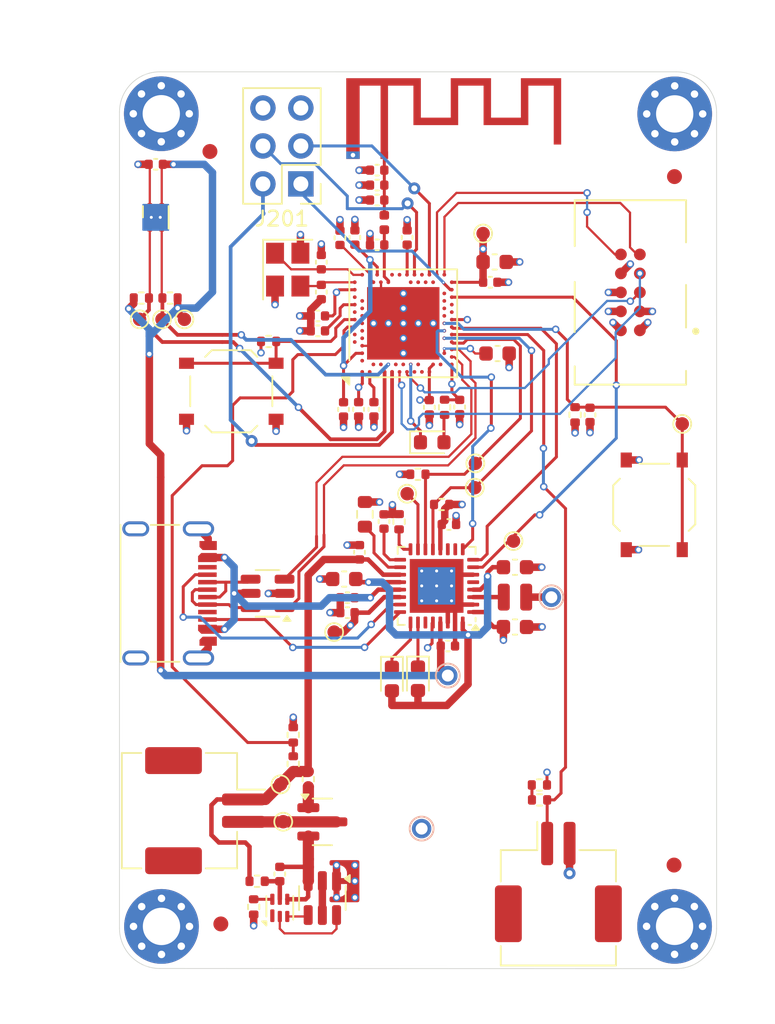
<source format=kicad_pcb>
(kicad_pcb (version 20240108) (generator "pcbnew") (generator_version "8.0")
  (layers (0 "F.Cu" signal) (1 "In1.Cu" jumper) (2 "In2.Cu" power) (31 "B.Cu" signal) (34 "B.Paste" user) (35 "F.Paste" user) (36 "B.SilkS" user "B.Silkscreen") (37 "F.SilkS" user "F.Silkscreen") (38 "B.Mask" user) (39 "F.Mask" user) (44 "Edge.Cuts" user))
  (net 0 "")
  (net 1 "GND")
  (net 2 "/MCU/+1.8V_VDD_nRF")
  (net 3 "/MCU/+1.8V_LS1")
  (net 4 "Net-(AE201-A)")
  (net 5 "/MCU/NRF_XC1")
  (net 6 "Net-(IC201A-P0.18{slash}~{RESET})")
  (net 7 "/MCU/NRF_XC2")
  (net 8 "Net-(IC201A-ANT)")
  (net 9 "Net-(IC201B-DEC4)")
  (net 10 "Net-(IC201B-DEC5)")
  (net 11 "Net-(IC201B-DEC3)")
  (net 12 "Net-(IC201B-DEC2)")
  (net 13 "Net-(IC201B-DEC1)")
  (net 14 "/MCU/DECUSB")
  (net 15 "Net-(IC301-BAT)")
  (net 16 "Net-(IC301-VSS)")
  (net 17 "/POWER/+5V_VBUSIN")
  (net 18 "/MCU/+3.7V_BAT")
  (net 19 "/POWER/VSYS")
  (net 20 "/MCU/+5V_VBUS")
  (net 21 "Net-(CON101-D+-PadA6)")
  (net 23 "/POWER/CC2")
  (net 24 "Net-(CON101-D--PadA7)")
  (net 25 "/POWER/CC1")
  (net 27 "/MCU/NRF_EXT_INT")
  (net 29 "/POWER/BAT-")
  (net 31 "NRF_SWDIO")
  (net 32 "NRF_SWCLK")
  (net 33 "NRF_UART_TX")
  (net 34 "NRF_UART_RX")
  (net 35 "/MCU/USB_D-")
  (net 36 "/MCU/USB_D+")
  (net 37 "/MCU/NRF_LED_GPIO")
  (net 38 "Net-(D201-A)")
  (net 39 "Net-(D301-K)")
  (net 40 "Net-(D302-K)")
  (net 51 "/MCU/LS1_CTRL")
  (net 52 "/MCU/NRF_PMIC_SCL")
  (net 53 "/MCU/NRF_USER_BUT")
  (net 54 "3.7V_BAT_Sense")
  (net 56 "NRF_I2C_SDA")
  (net 60 "NRF_I2C_SCL")
  (net 69 "/MCU/NRF_PRMIC_INT")
  (net 74 "Net-(IC301-Dout)")
  (net 75 "Net-(IC301-V-)")
  (net 77 "Net-(IC301-Cout)")
  (net 79 "Net-(IC302-SW1)")
  (net 80 "/POWER/PMIC_NTC")
  (net 81 "Net-(IC302-VSET1)")
  (net 82 "/POWER/SHPHLD")
  (net 84 "Net-(IC302-VSET2)")
  (net 87 "Net-(R203-Pad1)")
  (net 88 "Net-(T301-G)")
  (net 89 "Net-(T302-D1{slash}D2-Pad2)")
  (net 95 "/MCU/NRF_PMIC_RST")
  (net 100 "/MCU/NRF_PMIC_SDA")
  (net 103 "/MCU/NRF_CON_P4")
  (net 104 "/MCU/NRF_CON_P3")
  (net 105 "/MCU/NRF_CON_P1")
  (net 106 "/MCU/NRF_CON_P2")
  (net 107 "unconnected-(IC201A-AIN3{slash}P0.05-PadK2)")
  (footprint "Capacitor_SMD:C_0402_1005Metric" (layer "F.Cu") (at 100.46 107.761 180)
    (property "Reference" "C309" (hide yes))
    (property "Value" "1uF")
  )
  (footprint "Capacitor_SMD:C_0402_1005Metric" (layer "F.Cu") (at 98.71 84.306 90)
    (property "Reference" "C201" (hide yes))
    (property "Value" "12pF")
  )
  (footprint "Capacitor_SMD:C_0402_1005Metric" (layer "F.Cu") (at 116.71 94.531 -90)
    (property "Reference" "C202" (hide yes))
    (property "Value" "10nF")
  )
  (footprint "Capacitor_SMD:C_0402_1005Metric" (layer "F.Cu") (at 98.48 88.906 180)
    (property "Reference" "C217" (hide yes))
    (property "Value" "100nF")
  )
  (footprint "Capacitor_SMD:C_0402_1005Metric" (layer "F.Cu") (at 107.26 101.861)
    (property "Reference" "C304" (hide yes))
    (property "Value" "100nF")
  )
  (footprint "PCB:TP_Pad_D0.9mm" (layer "F.Cu") (at 86.54 88.1335 -90)
    (property "Reference" "TP202" (hide yes))
    (property "Value" "TP")
  )
  (footprint "Package_TO_SOT_SMD:SOT-23-6" (layer "F.Cu") (at 98.78 126.8585 -90)
    (property "Reference" "T302" (hide yes))
    (property "Value" "DMG6968UDM")
  )
  (footprint "SW:SW-PUSH-DPST-XKS-TS-1187A" (layer "F.Cu") (at 92.68 92.946 180)
    (property "Reference" "SW202" (hide yes))
    (property "Value" "SW-GEN-TS-1187A")
  )
  (footprint "Inductor_SMD:L_0402_1005Metric" (layer "F.Cu") (at 102.93 81.651 90)
    (property "Reference" "L201" (hide yes))
    (property "Value" "4.7nH")
  )
  (footprint "Capacitor_SMD:C_0402_1005Metric" (layer "F.Cu") (at 102.91 101.661 90)
    (property "Reference" "R304" (hide yes))
    (property "Value" "200k")
  )
  (footprint "Resistor_SMD:R_0402_1005Metric" (layer "F.Cu") (at 115.71 94.521 90)
    (property "Reference" "R202" (hide yes))
    (property "Value" "10k")
  )
  (footprint "PCB:TP_Pad_D0.9mm" (layer "F.Cu") (at 96.16 121.751)
    (property "Reference" "TP301" (hide yes))
    (property "Value" "TP")
  )
  (footprint "Capacitor_SMD:C_0402_1005Metric" (layer "F.Cu") (at 98.48 87.906 180)
    (property "Reference" "C207" (hide yes))
    (property "Value" "100nF")
  )
  (footprint "IND_SMD:L_0806" (layer "F.Cu") (at 111.685 106.721 180)
    (property "Reference" "L301" (hide yes))
    (property "Value" "2.2uH")
  )
  (footprint "Capacitor_SMD:C_0402_1005Metric" (layer "F.Cu") (at 95.93 125.251 90)
    (property "Reference" "C301" (hide yes))
    (property "Value" "100nF")
  )
  (footprint "Package_DFN_QFN:Nordic_AQFN-73-1EP_7x7mm_P0.5mm" (layer "F.Cu") (at 104.2 88.4 90)
    (property "Reference" "IC201" (hide yes))
    (property "Value" "NRF52840")
  )
  (footprint "Resistor_SMD:R_0402_1005Metric" (layer "F.Cu") (at 86.655 86.7085)
    (property "Reference" "R207" (hide yes))
    (property "Value" "4k7")
  )
  (footprint "Resistor_SMD:R_0402_1005Metric" (layer "F.Cu") (at 94.41 125.7335)
    (property "Reference" "R303" (hide yes))
    (property "Value" "330")
  )
  (footprint "Package_TO_SOT_SMD:SOT-23" (layer "F.Cu") (at 98.78 121.761)
    (property "Reference" "T301" (hide yes))
    (property "Value" "SI2312BDS")
  )
  (footprint "Resistor_SMD:R_0402_1005Metric" (layer "F.Cu") (at 105.18 98.501)
    (property "Reference" "R208" (hide yes))
    (property "Value" "4k7")
  )
  (footprint "PCB:PCB-NPTH-JLCPCB" (layer "F.Cu") (at 91.03 126.771)
    (property "Reference" "PCB104" (hide yes))
    (property "Value" "Tooling Hole JLCPCB")
  )
  (footprint "PCB:TP_THT_D0.8mm" (layer "F.Cu") (at 114.12 106.731)
    (property "Reference" "TP309" (hide yes))
    (property "Value" "Testpoint-BASE")
  )
  (footprint "PCB:PCB-NPTH-JLCPCB" (layer "F.Cu") (at 120.39 125.661)
    (property "Reference" "PCB101" (hide yes))
    (property "Value" "Tooling Hole JLCPCB")
  )
  (footprint "PCB:TP_Pad_D0.9mm" (layer "F.Cu") (at 88.04 88.1335 -90)
    (property "Reference" "TP203" (hide yes))
    (property "Value" "TP")
  )
  (footprint "PCB:TP_THT_D0.8mm" (layer "F.Cu") (at 107.185 111.971)
    (property "Reference" "TP310" (hide yes))
    (property "Value" "Testpoint-BASE")
  )
  (footprint "Package_TO_SOT_SMD:SOT-23-6" (layer "F.Cu") (at 95.11 106.471 180)
    (property "Reference" "D101" (hide yes))
    (property "Value" "USBLC6-2")
  )
  (footprint "Capacitor_SMD:C_0402_1005Metric" (layer "F.Cu") (at 98.71 86.306 -90)
    (property "Reference" "C205" (hide yes))
    (property "Value" "12pF")
  )
  (footprint "MountingHole:MountingHole_2.5mm_Pad_Via" (layer "F.Cu") (at 87.99 74.376)
    (property "Reference" "MH102" (hide yes))
    (property "Value" "~")
  )
  (footprint "Capacitor_SMD:C_0402_1005Metric" (layer "F.Cu") (at 107.19 109.991)
    (property "Reference" "C307" (hide yes))
    (property "Value" "1uF")
  )
  (footprint "Capacitor_SMD:C_0603_1608Metric" (layer "F.Cu") (at 100.245 105.511 180)
    (property "Reference" "C308" (hide yes))
    (property "Value" "10uF")
  )
  (footprint "Resistor_SMD:R_0402_1005Metric" (layer "F.Cu") (at 94.18 127.451 -90)
    (property "Reference" "R302" (hide yes))
    (property "Value" "2k")
  )
  (footprint "Resistor_SMD:R_0402_1005Metric" (layer "F.Cu") (at 113.32 119.291 180)
    (property "Reference" "R205" (hide yes))
    (property "Value" "1M")
  )
  (footprint "Resistor_SMD:R_0402_1005Metric" (layer "F.Cu") (at 106.97 94.021 -90)
    (property "Reference" "R201" (hide yes))
    (property "Value" "1k")
  )
  (footprint "PCB:PCB-NPTH-JLCPCB" (layer "F.Cu") (at 91.74 74.461)
    (property "Reference" "PCB102" (hide yes))
    (property "Value" "Tooling Hole JLCPCB")
  )
  (footprint "PCB:Fiducal-JLCPCB" (layer "F.Cu") (at 122.37 78.581)
    (property "Reference" "FID103" (hide yes))
    (property "Value" "Fiducal-JLCPPCB")
  )
  (footprint "PCB:TP_Pad_D0.9mm" (layer "F.Cu") (at 108.99 99.401)
    (property "Reference" "TP204" (hide yes))
    (property "Value" "TP")
  )
  (footprint "PCB:TP_Pad_D0.9mm" (layer "F.Cu") (at 109.55 82.391)
    (property "Reference" "TP307" (hide yes))
    (property "Value" "TP")
  )
  (footprint "Capacitor_SMD:C_0402_1005Metric" (layer "F.Cu") (at 100.46 106.761 180)
    (property "Reference" "C302" (hide yes))
    (property "Value" "1uF")
  )
  (footprint "CON:CON-TAG-CONNECT_TC2050-IDC" (layer "F.Cu") (at 119.415 86.331 90)
    (property "Reference" "CON201" (hide yes))
    (property "Value" "TC2050-FP")
  )
  (footprint "Resistor_SMD:R_0402_1005Metric" (layer "F.Cu") (at 113.33 120.291)
    (property "Reference" "R203" (hide yes))
    (property "Value" "1M")
  )
  (footprint "Package_DFN_QFN:QFN-32-1EP_5x5mm_P0.5mm_EP3.6x3.6mm_ThermalVias" (layer "F.Cu") (at 106.435 105.971 180)
    (property "Reference" "IC302" (hide yes))
    (property "Value" "IC_PWREG-NPM1300")
  )
  (footprint "Capacitor_SMD:C_0402_1005Metric" (layer "F.Cu") (at 107.98 94.001 -90)
    (property "Reference" "C221" (hide yes))
    (property "Value" "100nF")
  )
  (footprint "DFN:DNF-1.5x1.5_H0.54-SHT40-AD1B_THPAD" (layer "F.Cu") (at 87.62 81.3085)
    (property "Reference" "IC202" (hide yes))
    (property "Value" "IC_SENS-SHT40-AD1B_THP")
  )
  (footprint "Resistor_SMD:R_0603_1608Metric" (layer "F.Cu") (at 101.63 101.181 90)
    (property "Reference" "R306" (hide yes))
    (property "Value" "10k")
  )
  (footprint "CON:CON-SM02B-ZESS_TB" (layer "F.Cu") (at 92.96 121.062 -90)
    (property "Reference" "CON103" (hide yes))
    (property "Value" "SM02B-ZESS-TB")
  )
  (footprint "Capacitor_SMD:C_0402_1005Metric" (layer "F.Cu") (at 101.21 94.156 -90)
    (property "Reference" "C203" (hide yes))
    (property "Value" "1uF")
  )
  (footprint "Package_SON:WSON-6_1.5x1.5mm_P0.5mm" (layer "F.Cu") (at 95.93 127.516 90)
    (property "Reference" "IC301" (hide yes))
    (property "Value" "IC_PWREG-BQ29700")
  )
  (footprint "Resistor_SMD:R_0402_1005Metric" (layer "F.Cu") (at 97.84 118.901 -90)
    (property "Reference" "R301" (hide yes))
    (property "Value" "10k")
  )
  (footprint "RF_Antenna:Texas_SWRA117D_2.4GHz_Right" (layer "F.Cu") (at 102.93 77.146)
    (property "Reference" "AE201" (hide yes))
    (property "Value" "Antenna_Shield")
  )
  (footprint "Capacitor_SMD:C_0402_1005Metric" (layer "F.Cu") (at 102.45 79.151 180)
    (property "Reference" "C211" (hide yes))
    (property "Value" "0.5pF")
  )
  (footprint "PCB:Fiducal-JLCPCB" (layer "F.Cu") (at 91.25 76.901)
    (property "Reference" "FID101" (hide yes))
    (property "Value" "Fiducal-JLCPPCB")
  )
  (footprint "Diode_SMD:D_0603_1608Metric" (layer "F.Cu") (at 105.185 112.1835 -90)
    (property "Reference" "D301" (hide yes))
    (property "Value" "GREEN")
  )
  (footprint "PCB:TP_Pad_D0.9mm" (layer "F.Cu") (at 99.57 109.061)
    (property "Reference" "TP311" (hide yes))
    (property "Value" "TP")
  )
  (footprint "Capacitor_SMD:C_0402_1005Metric" (layer "F.Cu") (at 102.45 78.151 180)
    (property "Reference" "C213" (hide yes))
    (property "Value" "1.2pF")
  )
  (footprint "Capacitor_SMD:C_0402_1005Metric" (layer "F.Cu") (at 110.03 85.651)
    (property "Reference" "C206" (hide yes))
    (property "Value" "100nF")
  )
  (footprint "Capacitor_SMD:C_0402_1005Metric" (layer "F.Cu") (at 105.9475 94.0185 -90)
    (property "Reference" "C208" (hide yes))
    (property "Value" "100nF")
  )
  (footprint "Crystal:Crystal_SMD_3225-4Pin_3.2x2.5mm" (layer "F.Cu") (at 96.46 84.806 -90)
    (property "Reference" "X201" (hide yes))
    (property "Value" "32MHz")
  )
  (footprint "Capacitor_SMD:C_0603_1608Metric" (layer "F.Cu") (at 111.685 108.721)
    (property "Reference" "C305" (hide yes))
    (property "Value" "10uF")
  )
  (footprint "MountingHole:MountingHole_2.5mm_Pad_Via" (layer "F.Cu") (at 122.384175 74.386825)
    (property "Reference" "MH101" (hide yes))
    (property "Value" "~")
  )
  (footprint "Capacitor_SMD:C_0402_1005Metric" (layer "F.Cu") (at 102.45 80.151 180)
    (property "Reference" "C210" (hide yes))
    (property "Value" "0.5pF")
  )
  (footprint "Capacitor_SMD:C_0402_1005Metric" (layer "F.Cu") (at 100.2 94.161 -90)
    (property "Reference" "C215" (hide yes))
    (property "Value" "1uF")
  )
  (footprint "Capacitor_SMD:C_0402_1005Metric" (layer "F.Cu") (at 102.235 94.156 -90)
    (property "Reference" "C218" (hide yes))
    (property "Value" "100nF")
  )
  (footprint "SW:SW-PUSH-DPST-XKS-TS-1187A" (layer "F.Cu") (at 121.015 100.546 90)
    (property "Reference" "SW201" (hide yes))
    (property "Value" "SW-GEN-TS-1187A")
  )
  (footprint "PCB:TP_Pad_D0.9mm" (layer "F.Cu") (at 104.46 99.801)
    (property "Reference" "TP313" (hide yes))
    (property "Value" "TP")
  )
  (footprint "Capacitor_SMD:C_0402_1005Metric" (layer "F.Cu") (at 101.27 103.721 90)
    (property "Reference" "C303" (hide yes))
    (property "Value" "1uF")
  )
  (footprint "Resistor_SMD:R_0402_1005Metric" (layer "F.Cu") (at 106.77 100.521 180)
    (property "Reference" "R206" (hide yes))
    (property "Value" "4k7")
  )
  (footprint "MountingHole:MountingHole_2.5mm_Pad_Via" (layer "F.Cu") (at 88.004175 128.756825)
    (property "Reference" "MH104" (hide yes))
    (property "Value" "~")
  )
  (footprint "Capacitor_SMD:C_0402_1005Metric" (layer "F.Cu") (at 102.45 83.151 180)
    (property "Reference" "C209" (hide yes))
    (property "Value" "0.8pF")
  )
  (footprint "Capacitor_SMD:C_0402_1005Metric" (layer "F.Cu") (at 104.46 82.656 90)
    (property "Reference" "C214" (hide yes))
    (property "Value" "100nF")
  )
  (footprint "CON:CON-GEN-USB_C-16P" (layer "F.Cu") (at 87.355 106.481 -90)
    (property "Reference" "CON101" (hide yes))
    (property "Value" "G Switch GT USB 7010ASV")
  )
  (footprint "Resistor_SMD:R_0402_1005Metric" (layer "F.Cu") (at 96.83 115.941 90)
    (property "Reference" "R211" (hide yes))
    (property "Value" "750k")
  )
  (footprint "Capacitor_SMD:C_0402_1005Metric" (layer "F.Cu") (at 100.96 82.656 90)
    (property "Reference" "C212" (hide yes))
    (property "Value" "100nF")
  )
  (footprint "Resistor_SMD:R_0402_1005Metric" (layer "F.Cu") (at 95.18 89.611)
    (property "Reference" "R209" (hide yes))
    (property "Value" "10k")
  )
  (footprint "CON:CON-SM02B-ZESS_TB" (layer "F.Cu") (at 114.641 123.761)
    (property "Reference" "CON102" (hide yes))
    (property "Value" "SM02B-ZESS-TB")
  )
  (footprint "Capacitor_SMD:C_0603_1608Metric" (layer "F.Cu") (at 110.52 90.421)
    (property "Reference" "C219" (hide yes))
    (property "Value" "10uF")
  )
  (footprint "PCB:TP_Pad_D0.9mm" (layer "F.Cu") (at 111.585 102.971)
    (property "Reference" "TP314" (hide yes))
    (property "Value" "TP")
  )
  (footprint "Capacitor_SMD:C_0603_1608Metric" (layer "F.Cu") (at 111.685 104.721)
    (property "Reference" "C306" (hide yes))
    (property "Value" "10uF")
  )
  (footprint "Resistor_SMD:R_0402_1005Metric" (layer "F.Cu") (at 103.92 101.676 90)
    (property "Reference" "R305" (hide yes))
    (property "Value" "0")
  )
  (footprint "PCB:TP_THT_D0.8mm" (layer "F.Cu") (at 105.43 122.211)
    (property "Reference" "TP304" (hide yes))
    (property "Value" "Testpoint-BASE")
  )
  (footprint "PCB:TP_Pad_D0.9mm" (layer "F.Cu") (at 109.03 97.771)
    (property "Reference" "TP205" (hide yes))
    (property "Value" "TP")
  )
  (footprint "Connector_PinHeader_2.54mm:PinHeader_2x03_P2.54mm_Vertical" (layer "F.Cu") (at 97.34 79.071 180)
    (property "Reference" "J201")
    (property "Value" "Conn_02x03_Odd_Even")
  )
  (footprint "Resistor_SMD:R_0402_1005Metric" (layer "F.Cu") (at 88.575 86.7085 180)
    (property "Reference" "R204" (hide yes))
    (property "Value" "4k7")
  )
  (footprint "Capacitor_SMD:C_0402_1005Metric" (layer "F.Cu") (at 99.96 82.676 90)
    (property "Reference" "C216" (hide yes))
    (property "Value" "100pF")
  )
  (footprint "Diode_SMD:D_0603_1608Metric" (layer "F.Cu") (at 106.14 96.361)
    (property "Reference" "D201" (hide yes))
    (property "Value" "BLUE")
  )
  (footprint "PCB:PCB-NPTH-JLCPCB" (layer "F.Cu") (at 118.63 74.321)
    (property "Reference" "PCB103" (hide yes))
    (property "Value" "Tooling Hole JLCPCB")
  )
  (footprint "Resistor_SMD:R_0402_1005Metric" (layer "F.Cu") (at 96.83 117.881 90)
    (property "Reference" "R210" (hide yes))
    (property "Value" "1M")
  )
  (footprint "Capacitor_SMD:C_0603_1608Metric" (layer "F.Cu") (at 110.3225 84.2935)
    (property "Reference" "C204" (hide yes))
    (property "Value" "10uF")
  )
  (footprint "Diode_SMD:D_0603_1608Metric" (layer "F.Cu") (at 103.44 112.1985 -90)
    (property "Reference" "D302" (hide yes))
    (property "Value" "RED")
  )
  (footprint "PCB:Fiducal-JLCPCB" (layer "F.Cu") (at 91.98 128.591)
    (property "Reference" "FID104" (hide yes))
    (property "Value" "Fiducal-JLCPPCB")
  )
  (footprint "Capacitor_SMD:C_0402_1005Metric" (layer "F.Cu") (at 87.62 77.7585 180)
    (property "Reference" "C220" (hide yes))
    (property "Value" "100nF")
  )
  (footprint "PCB:TP_Pad_D0.9mm" (layer "F.Cu") (at 95.98 119.251)
    (property "Reference" "TP302" (hide yes))
    (property "Value" "TP")
  )
  (footprint "MountingHole:MountingHole_2.5mm_Pad_Via" (layer "F.Cu") (at 122.375 128.751)
    (property "Reference" "MH103" (hide yes))
    (property "Value" "~")
  )
  (footprint "PCB:Fiducal-JLCPCB" (layer "F.Cu") (at 122.34 124.651)
    (property "Reference" "FID102" (hide yes))
    (property "Value" "Fiducal-JLCPPCB")
  )
  (footprint "PCB:TP_Pad_D0.9mm" (layer "F.Cu") (at 89.54 88.1335 -90)
    (property "Reference" "TP308" (hide yes))
    (property "Value" "TP")
  )
  (footprint "PCB:TP_Pad_D0.9mm" (layer "F.Cu") (at 122.89 95.131)
    (property "Reference" "TP201" (hide yes))
    (property "Value" "TP")
  )
  (gr_arc (start 125.190812 128.881812) (mid 124.4 130.791) (end 122.490812 131.581812) (stroke (width 0.05)) (layer "Edge.Cuts"))
  (gr_arc (start 122.49 71.571) (mid 124.399188 72.361812) (end 125.19 74.271) (stroke (width 0.05)) (layer "Edge.Cuts"))
  (gr_line (start 87.889188 131.571812) (end 122.490812 131.581812) (stroke (width 0.05)) (layer "Edge.Cuts"))
  (gr_line (start 122.49 71.571) (end 87.889188 71.570188) (stroke (width 0.05)) (layer "Edge.Cuts"))
  (gr_line (start 125.190812 128.881812) (end 125.19 74.271) (stroke (width 0.05)) (layer "Edge.Cuts"))
  (gr_arc (start 85.189188 74.270188) (mid 85.98 72.361) (end 87.889188 71.570188) (stroke (width 0.05)) (layer "Edge.Cuts"))
  (gr_line (start 85.189188 74.270188) (end 85.189188 128.871812) (stroke (width 0.05)) (layer "Edge.Cuts"))
  (gr_arc (start 87.889188 131.571812) (mid 85.98 130.781) (end 85.189188 128.871812) (stroke (width 0.05)) (layer "Edge.Cuts"))
  (segment (start 111.9975 84.2935) (end 112 84.291) (width 0.5) (layer "F.Cu") (net 1))
  (segment (start 103.47 101.181) (end 103.905 101.181) (width 0.5) (layer "F.Cu") (net 1))
  (segment (start 107.685 105.221) (end 107.435 104.971) (width 0.3) (layer "F.Cu") (net 1))
  (segment (start 111.0975 84.2935) (end 111.9975 84.2935) (width 0.5) (layer "F.Cu") (net 1))
  (segment (start 105.9475 94.4985) (end 105.9475 95.2285) (width 0.5) (layer "F.Cu") (net 1))
  (segment (start 102.71 85.656) (end 102.71 86.906) (width 0.15) (layer "F.Cu") (net 1))
  (segment (start 115.34 123.211) (end 115.34 125.201) (width 0.5) (layer "F.Cu") (net 1))
  (segment (start 104.46 82.176) (end 104.46 81.471) (width 0.5) (layer "F.Cu") (net 1))
  (segment (start 107.685 107.221) (end 106.435 105.971) (width 0.3) (layer "F.Cu") (net 1))
  (segment (start 100.2 94.641) (end 100.2 95.361) (width 0.5) (layer "F.Cu") (net 1))
  (segment (start 101.46 89.906) (end 102.71 89.906) (width 0.15) (layer "F.Cu") (net 1))
  (segment (start 96.83 115.431) (end 96.83 114.761) (width 0.5) (layer "F.Cu") (net 1))
  (segment (start 87.22 77.8385) (end 87.22 80.6085) (width 0.15) (layer "F.Cu") (net 1))
  (segment (start 91.13 110.141) (end 90.48 110.791) (width 0.5) (layer "F.Cu") (net 1))
  (segment (start 87.14 77.7585) (end 87.22 77.8385) (width 0.15) (layer "F.Cu") (net 1))
  (segment (start 112.46 108.721) (end 113.49 108.721) (width 0.5) (layer "F.Cu") (net 1))
  (segment (start 97.31 83.706) (end 97.31 82.461) (width 0.5) (layer "F.Cu") (net 1))
  (segment (start 119.14 103.546) (end 119.955 103.546) (width 0.5) (layer "F.Cu") (net 1))
  (segment (start 103.47 101.181) (end 103.47 100.541) (width 0.5) (layer "F.Cu") (net 1))
  (segment (start 110.51 85.651) (end 111.25 85.651) (width 0.5) (layer "F.Cu") (net 1))
  (segment (start 96.2475 106.471) (end 95.17 106.471) (width 0.5) (layer "F.Cu") (net 1))
  (segment (start 87.14 77.7585) (end 86.4325 77.7585) (width 0.5) (layer "F.Cu") (net 1))
  (segment (start 99.96 82.196) (end 99.96 81.461) (width 0.5) (layer "F.Cu") (net 1))
  (segment (start 118.78 85.061) (end 119.41 84.431) (width 0.5) (layer "F.Cu") (net 1))
  (segment (start 89.68 94.821) (end 89.68 95.591) (width 0.5) (layer "F.Cu") (net 1))
  (segment (start 105.9475 95.2285) (end 105.95 95.231) (width 0.5) (layer "F.Cu") (net 1))
  (segment (start 101.25 78.151) (end 101.24 78.161) (width 0.5) (layer "F.Cu") (net 1))
  (segment (start 107.185 106.721) (end 106.435 105.971) (width 0.3) (layer "F.Cu") (net 1))
  (segment (start 94.18 127.961) (end 94.18 128.711) (width 0.5) (layer "F.Cu") (net 1))
  (segment (start 111.295 90.421) (end 111.295 91.356) (width 0.5) (layer "F.Cu") (net 1))
  (segment (start 102.91 101.181) (end 103.47 101.181) (width 0.5) (layer "F.Cu") (net 1))
  (segment (start 99.73 125.721) (end 99.73 124.661) (width 0.5) (layer "F.Cu") (net 1))
  (segment (start 107.685 109.976) (end 107.67 109.991) (width 0.2) (layer "F.Cu") (net 1))
  (segment (start 101.97 79.151) (end 101.24 79.151) (width 0.5) (layer "F.Cu") (net 1))
  (segment (start 98 87.906) (end 98 87.496) (width 0.5) (layer "F.Cu") (net 1))
  (segment (start 95.17 106.471) (end 95.16 106.481) (width 0.5) (layer "F.Cu") (net 1))
  (segment (start 102.71 86.906) (end 104.21 88.406) (width 0.15) (layer "F.Cu") (net 1))
  (segment (start 107.67 109.991) (end 107.67 107.206) (width 0.3) (layer "F.Cu") (net 1))
  (segment (start 107.67 107.206) (end 106.435 105.971) (width 0.3) (layer "F.Cu") (net 1))
  (segment (start 98 87.906) (end 97.265 87.906) (width 0.5) (layer "F.Cu") (net 1))
  (segment (start 108.885 105.221) (end 107.685 105.221) (width 0.3) (layer "F.Cu") (net 1))
  (segment (start 116.71 95.011) (end 116.71 95.711) (width 0.5) (layer "F.Cu") (net 1))
  (segment (start 119.955 103.546) (end 119.96 103.551) (width 0.5) (layer "F.Cu") (net 1))
  (segment (start 101.27 103.241) (end 100.44 103.241) (width 0.5) (layer "F.Cu") (net 1))
  (segment (start 102.71 89.906) (end 104.21 88.406) (width 0.15) (layer "F.Cu") (net 1))
  (segment (start 100.96 82.176) (end 100.96 81.451) (width 0.5) (layer "F.Cu") (net 1))
  (segment (start 118.78 88.871) (end 118.25 88.341) (width 0.5) (layer "F.Cu") (net 1))
  (segment (start 107.185 108.421) (end 107.185 106.721) (width 0.3) (layer "F.Cu") (net 1))
  (segment (start 99.98 107.761) (end 99.98 106.761) (width 0.5) (layer "F.Cu") (net 1))
  (segment (start 86.4325 77.7585) (end 86.43 77.761) (width 0.5) (layer "F.Cu") (net 1))
  (segment (start 102.605 100.356) (end 102.61 100.361) (width 0.5) (layer "F.Cu") (net 1))
  (segment (start 91.13 103.271) (end 91.13 102.801) (width 0.5) (layer "F.Cu") (net 1))
  (segment (start 118.78 86.331) (end 117.94 86.331) (width 0.5) (layer "F.Cu") (net 1))
  (segment (start 99.47 105.511) (end 98.605 105.511) (width 0.5) (layer "F.Cu") (net 1))
  (segment (start 107.74 101.861) (end 107.74 101.261) (width 0.5) (layer "F.Cu") (net 1))
  (segment (start 118.78 87.601) (end 117.94 87.601) (width 0.5) (layer "F.Cu") (net 1))
  (segment (start 101.97 78.151) (end 101.25 78.151) (width 0.5) (layer "F.Cu") (net 1))
  (segment (start 98 88.906) (end 98 87.906) (width 0.5) (layer "F.Cu") (net 1))
  (segment (start 102.235 95.346) (end 102.24 95.351) (width 0.5) (layer "F.Cu") (net 1))
  (segment (start 101.97 83.151) (end 101.97 82.391) (width 0.5) (layer "F.Cu") (net 1))
  (segment (start 101.63 100.356) (end 102.605 100.356) (width 0.5) (layer "F.Cu") (net 1))
  (segment (start 102.235 94.636) (end 102.235 95.346) (width 0.5) (layer "F.Cu") (net 1))
  (segment (start 111.295 91.356) (end 111.29 91.361) (width 0.5) (layer "F.Cu") (net 1))
  (segment (start 120.05 87.601) (end 120.89 87.601) (width 0.5) (layer "F.Cu") (net 1))
  (segment (start 98 87.496) (end 98.71 86.786) (width 0.5) (layer "F.Cu") (net 1))
  (segment (start 103.905 101.181) (end 103.92 101.166) (width 0.5) (layer "F.Cu") (net 1))
  (segment (start 101.21 94.636) (end 101.21 95.351) (width 0.5) (layer "F.Cu") (net 1))
  (segment (start 95.61 85.906) (end 95.61 87.151) (width 0.5) (layer "F.Cu") (net 1))
  (segment (start 97.265 87.906) (end 97.26 87.901) (width 0.5) (layer "F.Cu") (net 1))
  (segment (start 98.71 83.826) (end 98.71 83.091) (width 0.5) (layer "F.Cu") (net 1))
  (segment (start 119.14 97.546) (end 119.995 97.546) (width 0.5) (layer "F.Cu") (net 1))
  (segment (start 107.98 94.481) (end 107.98 95.171) (width 0.5) (layer "F.Cu") (net 1))
  (segment (start 91.13 109.671) (end 91.13 110.141) (width 0.5) (layer "F.Cu") (net 1))
  (segment (start 91.13 102.801) (end 90.48 102.151) (width 0.5) (layer "F.Cu") (net 1))
  (segment (start 101.97 80.151) (end 101.24 80.151) (width 0.5) (layer "F.Cu") (net 1))
  (segment (start 119.995 97.546) (end 120 97.541) (width 0.5) (layer "F.Cu") (net 1))
  (segment (start 107.685 107.221) (end 107.435 106.971) (width 0.2) (layer "F.Cu") (net 1))
  (segment (start 97.275 88.906) (end 97.27 88.901) (width 0.5) (layer "F.Cu") (net 1))
  (segment (start 113.49 108.721) (end 113.5 108.711) (width 0.5) (layer "F.Cu") (net 1))
  (segment (start 108.885 107.221) (end 107.685 107.221) (width 0.3) (layer "F.Cu") (net 1))
  (segment (start 99.98 107.761) (end 99.295 107.761) (width 0.5) (layer "F.Cu") (net 1))
  (segment (start 112.46 104.721) (end 113.48 104.721) (width 0.5) (layer "F.Cu") (net 1))
  (segment (start 95.68 94.821) (end 95.68 95.621) (width 0.5) (layer "F.Cu") (net 1))
  (segment (start 98 88.906) (end 97.275 88.906) (width 0.5) (layer "F.Cu") (net 1))
  (via (at 100.96 125.721) (size 0.5) (drill 0.3) (layers "F.Cu" "B.Cu") (net 1))
  (via (at 100.44 103.241) (size 0.5) (drill 0.3) (layers "F.Cu" "B.Cu") (net 1))
  (via (at 113.48 104.721) (size 0.5) (drill 0.3) (layers "F.Cu" "B.Cu") (net 1))
  (via (at 98.71 83.091) (size 0.5) (drill 0.3) (layers "F.Cu" "B.Cu") (net 1))
  (via (at 101.24 78.161) (size 0.5) (drill 0.3) (layers "F.Cu" "B.Cu") (net 1))
  (via (at 104.21 90.401) (size 0.5) (drill 0.3) (layers "F.Cu" "B.Cu") (net 1))
  (via (at 97.27 88.901) (size 0.5) (drill 0.3) (layers "F.Cu" "B.Cu") (net 1))
  (via (at 89.68 95.591) (size 0.5) (drill 0.3) (layers "F.Cu" "B.Cu") (net 1))
  (via (at 100.96 124.661) (size 0.5) (drill 0.3) (layers "F.Cu" "B.Cu") (net 1))
  (via (at 100.2 95.361) (size 0.5) (drill 0.3) (layers "F.Cu" "B.Cu") (net 1))
  (via (at 115.34 125.201) (size 0.8) (drill 0.4) (layers "F.Cu" "B.Cu") (net 1))
  (via (at 104.21 87.401) (size 0.5) (drill 0.3) (layers "F.Cu" "B.Cu") (net 1))
  (via (at 104.21 88.401) (size 0.5) (drill 0.3) (layers "F.Cu" "B.Cu") (net 1))
  (via (at 98.605 105.511) (size 0.5) (drill 0.3) (layers "F.Cu" "B.Cu") (net 1))
  (via (at 107.74 101.261) (size 0.5) (drill 0.3) (layers "F.Cu" "B.Cu") (net 1))
  (via (at 99.295 107.761) (size 0.5) (drill 0.3) (layers "F.Cu" "B.Cu") (net 1))
  (via (at 107.98 95.171) (size 0.5) (drill 0.3) (layers "F.Cu" "B.Cu") (net 1))
  (via (at 94.18 128.711) (size 0.5) (drill 0.3) (layers "F.Cu" "B.Cu") (net 1))
  (via (at 104.21 89.401) (size 0.5) (drill 0.3) (layers "F.Cu" "B.Cu") (net 1))
  (via (at 113.5 108.711) (size 0.5) (drill 0.3) (layers "F.Cu" "B.Cu") (net 1))
  (via (at 111.29 91.361) (size 0.5) (drill 0.3) (layers "F.Cu" "B.Cu") (net 1))
  (via (at 116.71 95.711) (size 0.5) (drill 0.3) (layers "F.Cu" "B.Cu") (net 1))
  (via (at 120.89 87.601) (size 0.5) (drill 0.3) (layers "F.Cu" "B.Cu") (net 1))
  (via (at 120 97.541) (size 0.5) (drill 0.3) (layers "F.Cu" "B.Cu") (net 1))
  (via (at 96.83 114.761) (size 0.5) (drill 0.3) (layers "F.Cu" "B.Cu") (net 1))
  (via (at 99.73 126.821) (size 0.5) (drill 0.3) (layers "F.Cu" "B.Cu") (net 1))
  (via (at 100.96 81.451) (size 0.5) (drill 0.3) (layers "F.Cu" "B.Cu") (net 1))
  (via (at 95.61 87.151) (size 0.5) (drill 0.3) (layers "F.Cu" "B.Cu") (net 1))
  (via (at 101.97 82.391) (size 0.5) (drill 0.3) (layers "F.Cu" "B.Cu") (net 1))
  (via (at 102.24 95.351) (size 0.5) (drill 0.3) (layers "F.Cu" "B.Cu") (net 1))
  (via (at 118.25 88.341) (size 0.5) (drill 0.3) (layers "F.Cu" "B.Cu") (net 1))
  (via (at 105.95 95.231) (size 0.5) (drill 0.3) (layers "F.Cu" "B.Cu") (net 1))
  (via (at 100.96 126.821) (size 0.5) (drill 0.3) (layers "F.Cu" "B.Cu") (net 1))
  (via (at 101.24 79.151) (size 0.5) (drill 0.3) (layers "F.Cu" "B.Cu") (net 1))
  (via (at 117.94 86.331) (size 0.5) (drill 0.3) (layers "F.Cu" "B.Cu") (net 1))
  (via (at 97.26 87.901) (size 0.5) (drill 0.3) (layers "F.Cu" "B.Cu") (net 1))
  (via (at 99.73 124.661) (size 0.5) (drill 0.3) (layers "F.Cu" "B.Cu") (net 1))
  (via (at 104.21 86.401) (size 0.5) (drill 0.3) (layers "F.Cu" "B.Cu") (net 1))
  (via (at 86.43 77.761) (size 0.5) (drill 0.3) (layers "F.Cu" "B.Cu") (net 1))
  (via (at 106.21 88.401) (size 0.5) (drill 0.3) (layers "F.Cu" "B.Cu") (net 1))
  (via (at 103.21 88.401) (size 0.5) (drill 0.3) (layers "F.Cu" "B.Cu") (net 1))
  (via (at 105.21 88.401) (size 0.5) (drill 0.3) (layers "F.Cu" "B.Cu") (net 1))
  (via (at 101.24 80.151) (size 0.5) (drill 0.3) (layers "F.Cu" "B.Cu") (net 1))
  (via (at 95.16 106.481) (size 0.5) (drill 0.3) (layers "F.Cu" "B.Cu") (net 1))
  (via (at 97.31 82.461) (size 0.5) (drill 0.3) (layers "F.Cu" "B.Cu") (net 1))
  (via (at 101.21 95.351) (size 0.5) (drill 0.3) (layers "F.Cu" "B.Cu") (net 1))
  (via (at 95.68 95.621) (size 0.5) (drill 0.3) (layers "F.Cu" "B.Cu") (net 1))
  (via (at 99.96 81.461) (size 0.5) (drill 0.3) (layers "F.Cu" "B.Cu") (net 1))
  (via (at 111.25 85.651) (size 0.5) (drill 0.3) (layers "F.Cu" "B.Cu") (net 1))
  (via (at 119.96 103.551) (size 0.5) (drill 0.3) (layers "F.Cu" "B.Cu") (net 1))
  (via (at 112 84.291) (size 0.5) (drill 0.3) (layers "F.Cu" "B.Cu") (net 1))
  (via (at 104.46 81.471) (size 0.5) (drill 0.3) (layers "F.Cu" "B.Cu") (net 1))
  (via (at 103.47 100.541) (size 0.5) (drill 0.3) (layers "F.Cu" "B.Cu") (net 1))
  (via (at 117.94 87.601) (size 0.5) (drill 0.3) (layers "F.Cu" "B.Cu") (net 1))
  (via (at 119.41 84.431) (size 0.5) (drill 0.3) (layers "F.Cu" "B.Cu") (net 1))
  (via (at 102.61 100.361) (size 0.5) (drill 0.3) (layers "F.Cu" "B.Cu") (net 1))
  (via (at 102.21 88.401) (size 0.5) (drill 0.3) (layers "F.Cu" "B.Cu") (net 1))
  (segment (start 105.9475 93.5385) (end 105.9475 91.4185) (width 0.2) (layer "F.Cu") (net 2))
  (segment (start 106.685 101.956) (end 106.78 101.861) (width 0.3) (layer "F.Cu") (net 2))
  (segment (start 108.489 88.15) (end 108.49 88.151) (width 0.2) (layer "F.Cu") (net 2))
  (segment (start 99.62 87.751) (end 99.62 86.431) (width 0.2) (layer "F.Cu") (net 2))
  (segment (start 120.05 88.871) (end 120.58 88.341) (width 0.5) (layer "F.Cu") (net 2))
  (segment (start 106.98 100.821) (end 107.28 100.521) (width 0.5) (layer "F.Cu") (net 2))
  (segment (start 101.46 91.656) (end 101.46 92.431) (width 0.2) (layer "F.Cu") (net 2))
  (segment (start 107.45 88.15) (end 108.489 88.15) (width 0.2) (layer "F.Cu") (net 2))
  (segment (start 105.9475 91.4185) (end 106.21 91.156) (width 0.2) (layer "F.Cu") (net 2))
  (segment (start 109.93 108.391) (end 109.93 107.981) (width 0.3) (layer "F.Cu") (net 2))
  (segment (start 98.96 87.906) (end 99.465 87.906) (width 0.2) (layer "F.Cu") (net 2))
  (segment (start 109.5475 84.2935) (end 109.5475 85.6485) (width 0.5) (layer "F.Cu") (net 2))
  (segment (start 109.67 107.721) (end 108.885 107.721) (width 0.3) (layer "F.Cu") (net 2))
  (segment (start 109.93 107.981) (end 109.67 107.721) (width 0.3) (layer "F.Cu") (net 2))
  (segment (start 99.725 86.326) (end 99.8 86.251) (width 0.2) (layer "F.Cu") (net 2))
  (segment (start 115.71 95.031) (end 115.71 95.731) (width 0.5) (layer "F.Cu") (net 2))
  (segment (start 110.26 108.721) (end 109.93 108.391) (width 0.3) (layer "F.Cu") (net 2))
  (segment (start 106.13 109.811) (end 105.83 110.111) (width 0.2) (layer "F.Cu") (net 2))
  (segment (start 109.5475 85.6485) (end 109.55 85.651) (width 0.5) (layer "F.Cu") (net 2))
  (segment (start 105.9475 93.5385) (end 105.3275 93.5385) (width 0.2) (layer "F.Cu") (net 2))
  (segment (start 99.895 86.156) (end 99.725 86.326) (width 0.2) (layer "F.Cu") (net 2))
  (segment (start 106.685 103.521) (end 106.685 101.956) (width 0.3) (layer "F.Cu") (net 2))
  (segment (start 104.67 98.501) (end 103.95 98.501) (width 0.5) (layer "F.Cu") (net 2))
  (segment (start 106.685 101.866) (end 106.69 101.861) (width 0.2) (layer "F.Cu") (net 2))
  (segment (start 106.78 101.861) (end 106.78 101.811) (width 0.5) (layer "F.Cu") (net 2))
  (segment (start 114.11 106.721) (end 114.12 106.731) (width 0.5) (layer "F.Cu") (net 2))
  (segment (start 107.46 85.656) (end 109.545 85.656) (width 0.2) (layer "F.Cu") (net 2))
  (segment (start 99.62 86.431) (end 99.725 86.326) (width 0.2) (layer "F.Cu") (net 2))
  (segment (start 105.3275 93.5385) (end 105.32 93.531) (width 0.2) (layer "F.Cu") (net 2))
  (segment (start 100.96 86.156) (end 99.895 86.156) (width 0.2) (layer "F.Cu") (net 2))
  (segment (start 106.98 101.611) (end 106.98 100.821) (width 0.5) (layer "F.Cu") (net 2))
  (segment (start 106.78 101.811) (end 106.98 101.611) (width 0.5) (layer "F.Cu") (net 2))
  (segment (start 99.465 87.906) (end 99.62 87.751) (width 0.2) (layer "F.Cu") (net 2))
  (segment (start 110.91 108.721) (end 110.26 108.721) (width 0.3) (layer "F.Cu") (net 2))
  (segment (start 107.28 100.521) (end 108.14 100.521) (width 0.5) (layer "F.Cu") (net 2))
  (segment (start 109.545 85.656) (end 109.55 85.651) (width 0.2) (layer "F.Cu") (net 2))
  (segment (start 109.55 83.421) (end 109.55 82.391) (width 0.5) (layer "F.Cu") (net 2))
  (segment (start 101.21 93.676) (end 101.21 92.681) (width 0.2) (layer "F.Cu") (net 2))
  (segment (start 94.67 89.611) (end 94.67 90.371) (width 0.2) (layer "F.Cu") (net 2))
  (segment (start 106.185 108.421) (end 106.13 108.476) (width 0.2) (layer "F.Cu") (net 2))
  (segment (start 110.91 108.721) (end 110.91 109.601) (width 0.5) (layer "F.Cu") (net 2))
  (segment (start 101.46 92.431) (end 101.21 92.681) (width 0.2) (layer "F.Cu") (net 2))
  (segment (start 112.435 106.721) (end 114.11 106.721) (width 0.5) (layer "F.Cu") (net 2))
  (segment (start 106.13 108.476) (end 106.13 109.811) (width 0.2) (layer "F.Cu") (net 2))
  (segment (start 109.5475 83.4235) (end 109.55 83.421) (width 0.5) (layer "F.Cu") (net 2))
  (segment (start 113.83 119.291) (end 113.83 118.441) (width 0.2) (layer "F.Cu") (net 2))
  (segment (start 109.5475 84.2935) (end 109.5475 83.4235) (width 0.5) (layer "F.Cu") (net 2))
  (via (at 115.71 95.731) (size 0.5) (drill 0.3) (layers "F.Cu" "B.Cu") (net 2))
  (via (at 113.83 118.441) (size 0.5) (drill 0.3) (layers "F.Cu" "B.Cu") (net 2))
  (via (at 108.49 88.151) (size 0.5) (drill 0.3) (layers "F.Cu" "B.Cu") (net 2))
  (via (at 101.21 92.681) (size 0.5) (drill 0.3) (layers "F.Cu" "B.Cu") (net 2))
  (via (at 99.725 86.326) (size 0.5) (drill 0.3) (layers "F.Cu" "B.Cu") (net 2))
  (via (at 103.95 98.501) (size 0.5) (drill 0.3) (layers "F.Cu" "B.Cu") (net 2))
  (via (at 110.91 109.601) (size 0.5) (drill 0.3) (layers "F.Cu" "B.Cu") (net 2))
  (via (at 105.83 110.111) (size 0.5) (drill 0.3) (layers "F.Cu" "B.Cu") (net 2))
  (via (at 109.55 83.421) (size 0.5) (drill 0.3) (layers "F.Cu" "B.Cu") (net 2))
  (via (at 108.14 100.521) (size 0.5) (drill 0.3) (layers "F.Cu" "B.Cu") (net 2))
  (via (at 120.58 88.341) (size 0.5) (drill 0.3) (layers "F.Cu" "B.Cu") (net 2))
  (via (at 94.67 90.371) (size 0.5) (drill 0.3) (layers "F.Cu" "B.Cu") (net 2))
  (via (at 105.32 93.531) (size 0.5) (drill 0.3) (layers "F.Cu" "B.Cu") (net 2))
  (segment (start 87.19 96.451) (end 87.19 90.451) (width 0.5) (layer "F.Cu") (net 3))
  (segment (start 106.71 111.496) (end 107.185 111.971) (width 0.5) (layer "F.Cu") (net 3))
  (segment (start 87.95 111.621) (end 87.95 98.701) (width 0.5) (layer "F.Cu") (net 3))
  (segment (start 106.71 109.991) (end 106.71 111.496) (width 0.5) (layer "F.Cu") (net 3))
  (segment (start 86.145 86.7085) (end 86.145 87.086) (width 0.5) (layer "F.Cu") (net 3))
  (segment (start 87.95 97.211) (end 87.19 96.451) (width 0.5) (layer "F.Cu") (net 3))
  (segment (start 106.685 109.966) (end 106.71 109.991) (width 0.3) (layer "F.Cu") (net 3))
  (segment (start 88.1 77.7585) (end 88.8075 77.7585) (width 0.5) (layer "F.Cu") (net 3))
  (segment (start 88.1 77.7585) (end 88.02 77.8385) (width 0.15) (layer "F.Cu") (net 3))
  (segment (start 87.95 98.701) (end 87.95 97.211) (width 0.5) (layer "F.Cu") (net 3))
  (segment (start 86.145 87.086) (end 85.81 87.421) (width 0.5) (layer "F.Cu") (net 3))
  (segment (start 89.085 87.6785) (end 89.54 88.1335) (width 0.5) (layer "F.Cu") (net 3))
  (segment (start 88.8075 77.7585) (end 88.81 77.761) (width 0.5) (layer "F.Cu") (net 3))
  (segment (start 88.02 77.8385) (end 88.02 80.6085) (width 0.15) (layer "F.Cu") (net 3))
  (segment (start 106.685 108.421) (end 106.685 109.966) (width 0.3) (layer "F.Cu") (net 3))
  (segment (start 89.085 86.7085) (end 89.085 87.6785) (width 0.5) (layer "F.Cu") (net 3))
  (via (at 88.81 77.761) (size 0.5) (drill 0.3) (layers "F.Cu" "B.Cu") (net 3))
  (via (at 85.81 87.421) (size 0.5) (drill 0.3) (layers "F.Cu" "B.Cu") (net 3))
  (via (at 89.085 87.381) (size 0.5) (drill 0.3) (layers "F.Cu" "B.Cu") (net 3))
  (via (at 87.19 90.451) (size 0.5) (drill 0.3) (layers "F.Cu" "B.Cu") (net 3))
  (via (at 87.95 111.621) (size 0.5) (drill 0.3) (layers "F.Cu" "B.Cu") (net 3))
  (segment (start 87.19 90.451) (end 87.19 88.801) (width 0.5) (layer "B.Cu") (net 3))
  (segment (start 89.085 87.381) (end 90.34 87.381) (width 0.5) (layer "B.Cu") (net 3))
  (segment (start 87.19 88.801) (end 85.81 87.421) (width 0.5) (layer "B.Cu") (net 3))
  (segment (start 87.19 89.276) (end 89.085 87.381) (width 0.5) (layer "B.Cu") (net 3))
  (segment (start 90.34 87.381) (end 91.42 86.301) (width 0.5) (layer "B.Cu") (net 3))
  (segment (start 91.42 78.311) (end 90.87 77.761) (width 0.5) (layer "B.Cu") (net 3))
  (segment (start 87.19 88.801) (end 87.19 89.276) (width 0.5) (layer "B.Cu") (net 3))
  (segment (start 91.42 86.301) (end 91.42 78.311) (width 0.5) (layer "B.Cu") (net 3))
  (segment (start 107.185 111.971) (end 88.3 111.971) (width 0.5) (layer "B.Cu") (net 3))
  (segment (start 90.87 77.761) (end 88.81 77.761) (width 0.5) (layer "B.Cu") (net 3))
  (segment (start 88.3 111.971) (end 87.95 111.621) (width 0.5) (layer "B.Cu") (net 3))
  (segment (start 102.93 77.146) (end 102.93 81.166) (width 0.2) (layer "F.Cu") (net 4))
  (segment (start 100.855 85.156) (end 101.46 85.156) (width 0.15) (layer "F.Cu") (net 5))
  (segment (start 100.485 84.786) (end 100.855 85.156) (width 0.15) (layer "F.Cu") (net 5))
  (segment (start 96.69 84.786) (end 95.61 83.706) (width 0.15) (layer "F.Cu") (net 5))
  (segment (start 98.71 84.786) (end 96.69 84.786) (width 0.15) (layer "F.Cu") (net 5))
  (segment (start 98.71 84.786) (end 100.485 84.786) (width 0.15) (layer "F.Cu") (net 5))
  (segment (start 114.41 88.801) (end 115.19 89.581) (width 0.2) (layer "F.Cu") (net 6))
  (segment (start 122.89 97.546) (end 122.89 95.131) (width 0.2) (layer "F.Cu") (net 6))
  (segment (start 121.77 94.011) (end 115.71 94.011) (width 0.2) (layer "F.Cu") (net 6))
  (segment (start 115.19 93.491) (end 115.71 94.011) (width 0.2) (layer "F.Cu") (net 6))
  (segment (start 122.89 95.131) (end 121.77 94.011) (width 0.2) (layer "F.Cu") (net 6))
  (segment (start 115.19 89.581) (end 115.19 93.491) (width 0.2) (layer "F.Cu") (net 6))
  (segment (start 122.89 103.546) (end 122.89 97.546) (width 0.2) (layer "F.Cu") (net 6))
  (via (at 114.41 88.801) (size 0.5) (drill 0.3) (layers "F.Cu" "B.Cu") (net 6))
  (via (at 106.96 88.406) (size 0.2) (drill 0.1) (layers "F.Cu" "B.Cu") (net 6))
  (segment (start 108.26 88.801) (end 107.865 88.406) (width 0.2) (layer "B.Cu") (net 6))
  (segment (start 114.41 88.801) (end 108.26 88.801) (width 0.2) (layer "B.Cu") (net 6))
  (segment (start 107.865 88.406) (end 106.96 88.406) (width 0.2) (layer "B.Cu") (net 6))
  (segment (start 97.31 85.906) (end 98.63 85.906) (width 0.15) (layer "F.Cu") (net 7))
  (segment (start 98.88 85.656) (end 100.96 85.656) (width 0.15) (layer "F.Cu") (net 7))
  (segment (start 98.63 85.906) (end 98.71 85.826) (width 0.15) (layer "F.Cu") (net 7))
  (segment (start 98.71 85.826) (end 98.88 85.656) (width 0.15) (layer "F.Cu") (net 7))
  (segment (start 102.93 85.274959) (end 103.21 85.554959) (width 0.2) (layer "F.Cu") (net 8))
  (segment (start 103.21 85.590314) (end 103.21 85.656) (width 0.15) (layer "F.Cu") (net 8))
  (segment (start 103.21 85.554959) (end 103.21 85.656) (width 0.2) (layer "F.Cu") (net 8))
  (segment (start 102.93 82.136) (end 102.93 85.274959) (width 0.2) (layer "F.Cu") (net 8))
  (segment (start 100.2 93.681) (end 100.2 91.231) (width 0.2) (layer "F.Cu") (net 9))
  (segment (start 100.2 91.231) (end 101.025 90.406) (width 0.2) (layer "F.Cu") (net 9))
  (segment (start 102.46 85.156) (end 102.46 84.636) (width 0.2) (layer "F.Cu") (net 9))
  (segment (start 101.025 90.406) (end 101.46 90.406) (width 0.2) (layer "F.Cu") (net 9))
  (segment (start 102.46 84.636) (end 100.96 83.136) (width 0.2) (layer "F.Cu") (net 9))
  (via (at 100.2 91.231) (size 0.5) (drill 0.3) (layers "F.Cu" "B.Cu") (net 9))
  (via (at 101.9675 84.1435) (size 0.5) (drill 0.3) (layers "F.Cu" "B.Cu") (net 9))
  (segment (start 100.2 91.231) (end 100.2 89.361) (width 0.3) (layer "B.Cu") (net 9))
  (segment (start 100.2 89.361) (end 101.99 87.571) (width 0.3) (layer "B.Cu") (net 9))
  (segment (start 101.99 84.166) (end 101.9675 84.1435) (width 0.3) (layer "B.Cu") (net 9))
  (segment (start 101.99 87.571) (end 101.99 84.166) (width 0.3) (layer "B.Cu") (net 9))
  (segment (start 104.46 83.136) (end 104.46 85.156) (width 0.2) (layer "F.Cu") (net 10))
  (segment (start 102.06 85.190314) (end 100.025686 83.156) (width 0.15) (layer "F.Cu") (net 11))
  (segment (start 100.025686 83.156) (end 99.96 83.156) (width 0.15) (layer "F.Cu") (net 11))
  (segment (start 102.21 85.656) (end 102.06 85.506) (width 0.15) (layer "F.Cu") (net 11))
  (segment (start 102.06 85.506) (end 102.06 85.190314) (width 0.15) (layer "F.Cu") (net 11))
  (segment (start 100.205 87.156) (end 100.96 87.156) (width 0.2) (layer "F.Cu") (net 12))
  (segment (start 99.97 87.391) (end 100.205 87.156) (width 0.2) (layer "F.Cu") (net 12))
  (segment (start 99.97 87.896) (end 99.97 87.391) (width 0.2) (layer "F.Cu") (net 12))
  (segment (start 98.96 88.906) (end 99.97 87.896) (width 0.2) (layer "F.Cu") (net 12))
  (segment (start 101.96 92.431) (end 101.96 91.656) (width 0.2) (layer "F.Cu") (net 13))
  (segment (start 102.235 93.676) (end 102.235 92.706) (width 0.2) (layer "F.Cu") (net 13))
  (segment (start 102.235 92.706) (end 101.96 92.431) (width 0.2) (layer "F.Cu") (net 13))
  (segment (start 106.95 90.4) (end 106.95 90.091) (width 0.15) (layer "F.Cu") (net 14))
  (segment (start 109.02 90.421) (end 109.745 90.421) (width 0.15) (layer "F.Cu") (net 14))
  (segment (start 108.69 90.091) (end 109.02 90.421) (width 0.15) (layer "F.Cu") (net 14))
  (via (at 108.69 90.091) (size 0.5) (drill 0.3) (layers "F.Cu" "B.Cu") (net 14))
  (via (at 106.95 90.091) (size 0.2) (drill 0.1) (layers "F.Cu" "B.Cu") (net 14))
  (segment (start 106.95 90.091) (end 108.55 90.091) (width 0.15) (layer "B.Cu") (net 14))
  (segment (start 108.55 90.091) (end 108.69 90.091) (width 0.15) (layer "B.Cu") (net 14))
  (segment (start 95.9275 125.7335) (end 95.93 125.731) (width 0.3) (layer "F.Cu") (net 15))
  (segment (start 95.93 125.731) (end 95.93 126.941) (width 0.3) (layer "F.Cu") (net 15))
  (segment (start 94.92 125.7335) (end 95.9275 125.7335) (width 0.3) (layer "F.Cu") (net 15))
  (segment (start 94.9225 125.731) (end 94.92 125.7335) (width 0.2) (layer "F.Cu") (net 15))
  (segment (start 97.8425 122.711) (end 97.8425 124.251) (width 0.75) (layer "F.Cu") (net 16))
  (segment (start 97.8425 124.781) (end 97.8425 125.7085) (width 0.75) (layer "F.Cu") (net 16))
  (segment (start 95.93 124.771) (end 97.8325 124.771) (width 0.3) (layer "F.Cu") (net 16))
  (segment (start 97.83 126.771) (end 97.83 125.721) (width 0.3) (layer "F.Cu") (net 16))
  (segment (start 97.8425 124.251) (end 97.8425 124.781) (width 0.75) (layer "F.Cu") (net 16))
  (segment (start 97.8425 125.7085) (end 97.83 125.721) (width 0.75) (layer "F.Cu") (net 16))
  (segment (start 96.43 126.941) (end 97.66 126.941) (width 0.3) (layer "F.Cu") (net 16))
  (segment (start 97.66 126.941) (end 97.83 126.771) (width 0.3) (layer "F.Cu") (net 16))
  (segment (start 97.8325 124.771) (end 97.8425 124.781) (width 0.3) (layer "F.Cu") (net 16))
  (segment (start 93.9725 106.471) (end 92.87 106.471) (width 0.5) (layer "F.Cu") (net 17))
  (segment (start 103.985 106.221) (end 102.53 106.221) (width 0.3) (layer "F.Cu") (net 17))
  (segment (start 102.53 106.221) (end 101.99 106.761) (width 0.3) (layer "F.Cu") (net 17))
  (segment (start 100.94 106.761) (end 101.99 106.761) (width 0.3) (layer "F.Cu") (net 17))
  (segment (start 92.23 104.071) (end 91.08 104.071) (width 0.5) (layer "F.Cu") (net 17))
  (segment (start 91.08 108.871) (end 92.23 108.871) (width 0.5) (layer "F.Cu") (net 17))
  (via (at 101.99 106.761) (size 0.5) (drill 0.3) (layers "F.Cu" "B.Cu") (net 17))
  (via (at 92.23 104.071) (size 0.5) (drill 0.3) (layers "F.Cu" "B.Cu") (net 17))
  (via (at 92.23 108.871) (size 0.5) (drill 0.3) (layers "F.Cu" "B.Cu") (net 17))
  (via (at 92.87 106.471) (size 0.5) (drill 0.3) (layers "F.Cu" "B.Cu") (net 17))
  (segment (start 92.23 108.871) (end 92.87 108.231) (width 0.5) (layer "B.Cu") (net 17))
  (segment (start 98.702624 107.321) (end 99.262624 106.761) (width 0.5) (layer "B.Cu") (net 17))
  (segment (start 92.87 106.471) (end 92.87 104.711) (width 0.5) (layer "B.Cu") (net 17))
  (segment (start 92.87 104.711) (end 92.23 104.071) (width 0.5) (layer "B.Cu") (net 17))
  (segment (start 92.87 106.471) (end 93.72 107.321) (width 0.5) (layer "B.Cu") (net 17))
  (segment (start 93.72 107.321) (end 98.702624 107.321) (width 0.5) (layer "B.Cu") (net 17))
  (segment (start 99.262624 106.761) (end 101.99 106.761) (width 0.5) (layer "B.Cu") (net 17))
  (segment (start 92.87 108.231) (end 92.87 106.471) (width 0.5) (layer "B.Cu") (net 17))
  (segment (start 93.9 123.421) (end 93.62 123.141) (width 0.3) (layer "F.Cu") (net 18))
  (segment (start 97.83 105.253624) (end 97.83 118.381) (width 0.5) (layer "F.Cu") (net 18))
  (segment (start 94.96 120.261) (end 96.83 118.391) (width 0.75) (layer "F.Cu") (net 18))
  (segment (start 101.27 104.201) (end 98.882624 104.201) (width 0.5) (layer "F.Cu") (net 18))
  (segment (start 102.86 105.221) (end 103.985 105.221) (width 0.3) (layer "F.Cu") (net 18))
  (segment (start 91.85 123.141) (end 91.35 122.641) (width 0.3) (layer "F.Cu") (net 18))
  (segment (start 93.51 120.261) (end 94.96 120.261) (width 0.75) (layer "F.Cu") (net 18))
  (segment (start 96.83 118.391) (end 97.84 118.391) (width 0.75) (layer "F.Cu") (net 18))
  (segment (start 91.35 122.641) (end 91.35 120.641) (width 0.3) (layer "F.Cu") (net 18))
  (segment (start 91.35 120.641) (end 91.73 120.261) (width 0.3) (layer "F.Cu") (net 18))
  (segment (start 93.9 125.7335) (end 93.9 123.421) (width 0.3) (layer "F.Cu") (net 18))
  (segment (start 98.882624 104.201) (end 97.83 105.253624) (width 0.5) (layer "F.Cu") (net 18))
  (segment (start 103.985 105.221) (end 103.98 105.226) (width 0.25) (layer "F.Cu") (net 18))
  (segment (start 93.62 123.141) (end 91.85 123.141) (width 0.3) (layer "F.Cu") (net 18))
  (segment (start 101.27 104.201) (end 101.84 104.201) (width 0.3) (layer "F.Cu") (net 18))
  (segment (start 97.83 118.381) (end 97.84 118.391) (width 0.5) (layer "F.Cu") (net 18))
  (segment (start 91.73 120.261) (end 93.51 120.261) (width 0.3) (layer "F.Cu") (net 18))
  (segment (start 101.84 104.201) (end 102.86 105.221) (width 0.3) (layer "F.Cu") (net 18))
  (segment (start 101.27 105.761) (end 101.02 105.511) (width 0.25) (layer "F.Cu") (net 19))
  (segment (start 108.54 109.251) (end 108.54 112.551) (width 0.5) (layer "F.Cu") (net 19))
  (segment (start 109.85 105.331) (end 109.85 105.061) (width 0.3) (layer "F.Cu") (net 19))
  (segment (start 108.885 106.221) (end 109.370096 106.221) (width 0.3) (layer "F.Cu") (net 19))
  (segment (start 103.44 113.961) (end 103.44 112.986) (width 0.5) (layer "F.Cu") (net 19))
  (segment (start 103.45 113.971) (end 103.44 113.961) (width 0.5) (layer "F.Cu") (net 19))
  (segment (start 109.370096 106.221) (end 109.85 105.741096) (width 0.3) (layer "F.Cu") (net 19))
  (segment (start 108.54 112.551) (end 107.12 113.971) (width 0.5) (layer "F.Cu") (net 19))
  (segment (start 105.17 112.986) (end 105.185 112.971) (width 0.5) (layer "F.Cu") (net 19))
  (segment (start 109.85 105.741096) (end 109.85 105.331) (width 0.3) (layer "F.Cu") (net 19))
  (segment (start 105.185 113.966) (end 105.19 113.971) (width 0.5) (layer "F.Cu") (net 19))
  (segment (start 109.85 105.061) (end 110.19 104.721) (width 0.3) (layer "F.Cu") (net 19))
  (segment (start 110.19 104.721) (end 110.91 104.721) (width 0.3) (layer "F.Cu") (net 19))
  (segment (start 108.185 108.421) (end 108.185 108.896) (width 0.3) (layer "F.Cu") (net 19))
  (segment (start 103.985 105.721) (end 101.88 105.721) (width 0.3) (layer "F.Cu") (net 19))
  (segment (start 101.02 105.511) (end 101.23 105.721) (width 0.3) (layer "F.Cu") (net 19))
  (segment (start 105.185 112.971) (end 105.185 113.966) (width 0.5) (layer "F.Cu") (net 19))
  (segment (start 101.23 105.721) (end 101.88 105.721) (width 0.3) (layer "F.Cu") (net 19))
  (segment (start 107.12 113.971) (end 103.45 113.971) (width 0.5) (layer "F.Cu") (net 19))
  (segment (start 108.185 108.896) (end 108.54 109.251) (width 0.3) (layer "F.Cu") (net 19))
  (via (at 109.85 105.331) (size 0.5) (drill 0.3) (layers "F.Cu" "B.Cu") (net 19))
  (via (at 108.54 109.251) (size 0.5) (drill 0.3) (layers "F.Cu" "B.Cu") (net 19))
  (via (at 101.88 105.721) (size 0.5) (drill 0.3) (layers "F.Cu" "B.Cu") (net 19))
  (segment (start 109.85 108.711) (end 109.85 105.331) (width 0.5) (layer "B.Cu") (net 19))
  (segment (start 103.28 106.216) (end 103.28 108.811) (width 0.5) (layer "B.Cu") (net 19))
  (segment (start 108.54 109.251) (end 109.31 109.251) (width 0.5) (layer "B.Cu") (net 19))
  (segment (start 103.28 108.811) (end 103.72 109.251) (width 0.5) (layer "B.Cu") (net 19))
  (segment (start 101.88 105.721) (end 102.785 105.721) (width 0.5) (layer "B.Cu") (net 19))
  (segment (start 109.31 109.251) (end 109.85 108.711) (width 0.5) (layer "B.Cu") (net 19))
  (segment (start 103.72 109.251) (end 108.54 109.251) (width 0.5) (layer "B.Cu") (net 19))
  (segment (start 102.785 105.721) (end 103.28 106.216) (width 0.5) (layer "B.Cu") (net 19))
  (segment (start 99.57 109.061) (end 100.206396 109.061) (width 0.5) (layer "F.Cu") (net 20))
  (segment (start 100.94 108.327396) (end 100.94 107.761) (width 0.5) (layer "F.Cu") (net 20))
  (segment (start 107.98 93.521) (end 106.98 93.521) (width 0.2) (layer "F.Cu") (net 20))
  (segment (start 107.46 93.001) (end 107.46 92.461) (width 0.2) (layer "F.Cu") (net 20))
  (segment (start 106.98 93.521) (end 106.97 93.511) (width 0.2) (layer "F.Cu") (net 20))
  (segment (start 101.89 107.761) (end 102.93 106.721) (width 0.3) (layer "F.Cu") (net 20))
  (segment (start 102.93 106.721) (end 103.985 106.721) (width 0.3) (layer "F.Cu") (net 20))
  (segment (start 107.46 91.156) (end 107.46 92.461) (width 0.2) (layer "F.Cu") (net 20))
  (segment (start 100.206396 109.061) (end 100.94 108.327396) (width 0.5) (layer "F.Cu") (net 20))
  (segment (start 107.98 93.521) (end 107.46 93.001) (width 0.2) (layer "F.Cu") (net 20))
  (segment (start 100.94 107.761) (end 101.89 107.761) (width 0.3) (layer "F.Cu") (net 20))
  (via (at 107.46 92.461) (size 0.5) (drill 0.3) (layers "F.Cu" "B.Cu") (net 20))
  (via (at 100.658198 108.609198) (size 0.5) (drill 0.3) (layers "F.Cu" "B.Cu") (net 20))
  (segment (start 92.72 107.421) (end 93.9725 107.421) (width 0.2) (layer "F.Cu") (net 21))
  (segment (start 90.07 106.976) (end 90.315 107.221) (width 0.2) (layer "F.Cu") (net 21))
  (segment (start 91.08 107.221) (end 92.52 107.221) (width 0.2) (layer "F.Cu") (net 21))
  (segment (start 90.07 106.411) (end 90.07 106.976) (width 0.2) (layer "F.Cu") (net 21))
  (segment (start 90.315 107.221) (end 91.08 107.221) (width 0.2) (layer "F.Cu") (net 21))
  (segment (start 90.26 106.221) (end 90.07 106.411) (width 0.2) (layer "F.Cu") (net 21))
  (segment (start 92.52 107.221) (end 92.72 107.421) (width 0.2) (layer "F.Cu") (net 21))
  (segment (start 91.08 106.221) (end 90.26 106.221) (width 0.2) (layer "F.Cu") (net 21))
  (segment (start 101.625 110.081) (end 101.61 110.081) (width 0.2) (layer "F.Cu") (net 23))
  (segment (start 96.8 110.091) (end 94.93 108.221) (width 0.2) (layer "F.Cu") (net 23))
  (segment (start 94.93 108.221) (end 91.08 108.221) (width 0.2) (layer "F.Cu") (net 23))
  (segment (start 103.985 107.721) (end 101.625 110.081) (width 0.2) (layer "F.Cu") (net 23))
  (via (at 101.61 110.081) (size 0.5) (drill 0.3) (layers "F.Cu" "B.Cu") (net 23))
  (via (at 96.8 110.091) (size 0.5) (drill 0.3) (layers "F.Cu" "B.Cu") (net 23))
  (segment (start 96.81 110.081) (end 96.8 110.091) (width 0.2) (layer "B.Cu") (net 23))
  (segment (start 101.61 110.081) (end 96.81 110.081) (width 0.2) (layer "B.Cu") (net 23))
  (segment (start 92.31 105.721) (end 93.7725 105.721) (width 0.2) (layer "F.Cu") (net 24))
  (segment (start 91.08 106.721) (end 91.9 106.721) (width 0.2) (layer "F.Cu") (net 24))
  (segment (start 93.7725 105.721) (end 93.9725 105.521) (width 0.2) (layer "F.Cu") (net 24))
  (segment (start 91.08 105.721) (end 92.31 105.721) (width 0.2) (layer "F.Cu") (net 24))
  (segment (start 91.9 106.721) (end 92.31 106.311) (width 0.2) (layer "F.Cu") (net 24))
  (segment (start 92.31 106.311) (end 92.31 105.721) (width 0.2) (layer "F.Cu") (net 24))
  (segment (start 90.26 105.221) (end 89.46 106.021) (width 0.2) (layer "F.Cu") (net 25))
  (segment (start 91.08 105.221) (end 90.26 105.221) (width 0.2) (layer "F.Cu") (net 25))
  (segment (start 102.05 108.551) (end 103.38 107.221) (width 0.2) (layer "F.Cu") (net 25))
  (segment (start 103.38 107.221) (end 103.985 107.221) (width 0.2) (layer "F.Cu") (net 25))
  (segment (start 89.46 106.021) (end 89.46 108.061) (width 0.2) (layer "F.Cu") (net 25))
  (via (at 102.05 108.551) (size 0.5) (drill 0.3) (layers "F.Cu" "B.Cu") (net 25))
  (via (at 89.46 108.061) (size 0.5) (drill 0.3) (layers "F.Cu" "B.Cu") (net 25))
  (segment (start 90.599756 108.061) (end 91.999756 109.461) (width 0.2) (layer "B.Cu") (net 25))
  (segment (start 89.46 108.061) (end 90.599756 108.061) (width 0.2) (layer "B.Cu") (net 25))
  (segment (start 91.999756 109.461) (end 101.14 109.461) (width 0.2) (layer "B.Cu") (net 25))
  (segment (start 101.14 109.461) (end 102.05 108.551) (width 0.2) (layer "B.Cu") (net 25))
  (segment (start 113.61 91.511) (end 113.61 96.741) (width 0.2) (layer "F.Cu") (net 27))
  (segment (start 115.07 118.111) (end 114.77 118.411) (width 0.2) (layer "F.Cu") (net 27))
  (segment (start 113.84 123.211) (end 113.84 120.291) (width 0.2) (layer "F.Cu") (net 27))
  (segment (start 107.45 89.15) (end 112.539244 89.15) (width 0.2) (layer "F.Cu") (net 27))
  (segment (start 115.07 100.791) (end 115.07 118.111) (width 0.2) (layer "F.Cu") (net 27))
  (segment (start 113.61 90.220756) (end 113.61 91.511) (width 0.2) (layer "F.Cu") (net 27))
  (segment (start 113.61 96.741) (end 113.59 96.761) (width 0.2) (layer "F.Cu") (net 27))
  (segment (start 114.77 118.411) (end 114.77 119.841) (width 0.2) (layer "F.Cu") (net 27))
  (segment (start 112.539244 89.15) (end 113.61 90.220756) (width 0.2) (layer "F.Cu") (net 27))
  (segment (start 114.77 119.841) (end 114.32 120.291) (width 0.2) (layer "F.Cu") (net 27))
  (segment (start 113.61 99.331) (end 115.07 100.791) (width 0.2) (layer "F.Cu") (net 27))
  (segment (start 114.32 120.291) (end 113.84 120.291) (width 0.2) (layer "F.Cu") (net 27))
  (via (at 113.59 96.761) (size 0.5) (drill 0.3) (layers "F.Cu" "B.Cu") (net 27))
  (via (at 113.61 99.331) (size 0.5) (drill 0.3) (layers "F.Cu" "B.Cu") (net 27))
  (segment (start 113.59 96.761) (end 113.59 99.311) (width 0.2) (layer "B.Cu") (net 27))
  (segment (start 113.59 99.311) (end 113.61 99.331) (width 0.2) (layer "B.Cu") (net 27))
  (segment (start 93.51 121.761) (end 99.7175 121.761) (width 0.75) (layer "F.Cu") (net 29))
  (segment (start 107.89 80.346) (end 106.96 81.276) (width 0.15) (layer "F.Cu") (net 31))
  (segment (start 119.39 80.996) (end 118.74 80.346) (width 0.15) (layer "F.Cu") (net 31))
  (segment (start 120.05 83.791) (end 119.864889 83.791) (width 0.15) (layer "F.Cu") (net 31))
  (segment (start 106.96 81.276) (end 106.96 85.156) (width 0.15) (layer "F.Cu") (net 31))
  (segment (start 118.74 80.346) (end 107.89 80.346) (width 0.15) (layer "F.Cu") (net 31))
  (segment (start 119.39 83.316111) (end 119.39 80.996) (width 0.15) (layer "F.Cu") (net 31))
  (segment (start 119.864889 83.791) (end 119.39 83.316111) (width 0.15) (layer "F.Cu") (net 31))
  (segment (start 107.765 79.671) (end 106.46 80.976) (width 0.15) (layer "F.Cu") (net 32))
  (segment (start 118.378927 83.791) (end 116.515 81.927073) (width 0.15) (layer "F.Cu") (net 32))
  (segment (start 118.78 83.791) (end 118.378927 83.791) (width 0.15) (layer "F.Cu") (net 32))
  (segment (start 116.515 79.671) (end 107.765 79.671) (width 0.15) (layer "F.Cu") (net 32))
  (segment (start 106.46 80.976) (end 106.46 85.156) (width 0.15) (layer "F.Cu") (net 32))
  (segment (start 116.515 81.927073) (end 116.515 80.971) (width 0.15) (layer "F.Cu") (net 32))
  (via (at 116.515 79.671) (size 0.5) (drill 0.3) (layers "F.Cu" "B.Cu") (net 32))
  (via (at 116.515 80.971) (size 0.5) (drill 0.3) (layers "F.Cu" "B.Cu") (net 32))
  (segment (start 116.515 80.971) (end 116.515 79.671) (width 0.15) (layer "B.Cu") (net 32))
  (segment (start 103.95 91.65) (end 103.95 92.401) (width 0.15) (layer "F.Cu") (net 33))
  (segment (start 103.95 92.401) (end 104.09 92.541) (width 0.15) (layer "F.Cu") (net 33))
  (via (at 120.05 85.061) (size 0.5) (drill 0.3) (layers "F.Cu" "B.Cu") (net 33))
  (via (at 104.09 92.541) (size 0.5) (drill 0.3) (layers "F.Cu" "B.Cu") (net 33))
  (segment (start 105.255 94.711111) (end 105.508 94.458111) (width 0.15) (layer "B.Cu") (net 33))
  (segment (start 104.929889 95.496) (end 105.255 95.170889) (width 0.15) (layer "B.Cu") (net 33))
  (segment (start 118.43 90.724927) (end 118.43 89.001) (width 0.15) (layer "B.Cu") (net 33))
  (segment (start 120.05 87.381) (end 120.05 85.061) (width 0.15) (layer "B.Cu") (net 33))
  (segment (start 105.508 94.458111) (end 114.696816 94.458111) (width 0.15) (layer "B.Cu") (net 33))
  (segment (start 118.43 89.001) (end 120.05 87.381) (width 0.15) (layer "B.Cu") (net 33))
  (segment (start 114.696816 94.458111) (end 118.43 90.724927) (width 0.15) (layer "B.Cu") (net 33))
  (segment (start 105.255 95.170889) (end 105.255 94.711111) (width 0.15) (layer "B.Cu") (net 33))
  (segment (start 104.09 92.541) (end 104.09 95.115889) (width 0.15) (layer "B.Cu") (net 33))
  (segment (start 104.09 95.115889) (end 104.470111 95.496) (width 0.15) (layer "B.Cu") (net 33))
  (segment (start 104.470111 95.496) (end 104.929889 95.496) (width 0.15) (layer "B.Cu") (net 33))
  (segment (start 104.45 91.65) (end 104.45 91.831) (width 0.15) (layer "F.Cu") (net 34))
  (segment (start 119.46 86.921) (end 120.05 86.331) (width 0.15) (layer "F.Cu") (net 34))
  (segment (start 119.41 86.921) (end 119.46 86.921) (width 0.15) (layer "F.Cu") (net 34))
  (segment (start 104.45 91.831) (end 105.35 92.731) (width 0.15) (layer "F.Cu") (net 34))
  (via (at 105.35 92.731) (size 0.5) (drill 0.3) (layers "F.Cu" "B.Cu") (net 34))
  (via (at 119.41 86.921) (size 0.5) (drill 0.3) (layers "F.Cu" "B.Cu") (net 34))
  (segment (start 112.34 92.731) (end 113.950111 91.120889) (width 0.15) (layer "B.Cu") (net 34))
  (segment (start 113.950111 90.806) (end 117.855111 86.901) (width 0.15) (layer "B.Cu") (net 34))
  (segment (start 107.689889 93.016) (end 107.974889 92.731) (width 0.15) (layer "B.Cu") (net 34))
  (segment (start 105.635 93.016) (end 107.689889 93.016) (width 0.15) (layer "B.Cu") (net 34))
  (segment (start 113.950111 91.120889) (end 113.950111 90.806) (width 0.15) (layer "B.Cu") (net 34))
  (segment (start 105.35 92.731) (end 105.635 93.016) (width 0.15) (layer "B.Cu") (net 34))
  (segment (start 117.855111 86.901) (end 119.39 86.901) (width 0.15) (layer "B.Cu") (net 34))
  (segment (start 107.974889 92.731) (end 112.34 92.731) (width 0.15) (layer "B.Cu") (net 34))
  (segment (start 119.39 86.901) (end 119.41 86.921) (width 0.15) (layer "B.Cu") (net 34))
  (segment (start 108.15 91.173224) (end 108.15 92.181) (width 0.15) (layer "F.Cu") (net 35))
  (segment (start 107.24 97.331) (end 100.12 97.331) (width 0.15) (layer "F.Cu") (net 35))
  (segment (start 107.626776 90.65) (end 108.15 91.173224) (width 0.15) (layer "F.Cu") (net 35))
  (segment (start 96.2475 105.521) (end 98.39 103.3785) (width 0.2) (layer "F.Cu") (net 35))
  (segment (start 98.39 99.061) (end 98.39 102.641) (width 0.15) (layer "F.Cu") (net 35))
  (segment (start 98.39 103.3785) (end 98.39 102.641) (width 0.2) (layer "F.Cu") (net 35))
  (segment (start 108.15 92.181) (end 108.76 92.791) (width 0.15) (layer "F.Cu") (net 35))
  (segment (start 100.12 97.331) (end 98.39 99.061) (width 0.15) (layer "F.Cu") (net 35))
  (segment (start 107.45 90.65) (end 107.626776 90.65) (width 0.15) (layer "F.Cu") (net 35))
  (segment (start 108.76 92.791) (end 108.76 95.811) (width 0.15) (layer "F.Cu") (net 35))
  (segment (start 108.76 95.811) (end 107.24 97.331) (width 0.15) (layer "F.Cu") (net 35))
  (segment (start 98.89 103.340948) (end 97.21 105.020948) (width 0.2) (layer "F.Cu") (net 36))
  (segment (start 98.89 99.231) (end 100.215 97.906) (width 0.15) (layer "F.Cu") (net 36))
  (segment (start 97.21 106.811552) (end 96.600552 107.421) (width 0.2) (layer "F.Cu") (net 36))
  (segment (start 107.205 97.906) (end 109.037 96.074) (width 0.15) (layer "F.Cu") (net 36))
  (segment (start 98.89 102.548) (end 98.89 103.340948) (width 0.2) (layer "F.Cu") (net 36))
  (segment (start 108.71 90.941) (end 107.919 90.15) (width 0.15) (layer "F.Cu") (net 36))
  (segment (start 109.037 96.074) (end 109.037 92.398) (width 0.15) (layer "F.Cu") (net 36))
  (segment (start 97.21 105.020948) (end 97.21 106.811552) (width 0.2) (layer "F.Cu") (net 36))
  (segment (start 107.919 90.15) (end 107.45 90.15) (width 0.15) (layer "F.Cu") (net 36))
  (segment (start 98.89 102.548) (end 98.89 99.231) (width 0.15) (layer "F.Cu") (net 36))
  (segment (start 108.71 92.071) (end 108.71 90.941) (width 0.15) (layer "F.Cu") (net 36))
  (segment (start 96.600552 107.421) (end 96.2475 107.421) (width 0.2) (layer "F.Cu") (net 36))
  (segment (start 100.215 97.906) (end 107.205 97.906) (width 0.15) (layer "F.Cu") (net 36))
  (segment (start 109.037 92.398) (end 108.71 92.071) (width 0.15) (layer "F.Cu") (net 36))
  (segment (start 104.7 94.941) (end 105.3525 95.5935) (width 0.2) (layer "F.Cu") (net 37))
  (segment (start 104.7 91.15) (end 104.7 91.151) (width 0.2) (layer "F.Cu") (net 37))
  (segment (start 105.3525 95.5935) (end 105.3525 96.361) (width 0.2) (layer "F.Cu") (net 37))
  (via (at 104.7 94.941) (size 0.5) (drill 0.3) (layers "F.Cu" "B.Cu") (net 37))
  (via (at 104.7 91.151) (size 0.2) (drill 0.1) (layers "F.Cu" "B.Cu") (net 37))
  (segment (start 104.7 94.941) (end 104.7 91.151) (width 0.2) (layer "B.Cu") (net 37))
  (segment (start 106.9275 94.5735) (end 106.97 94.531) (width 0.2) (layer "F.Cu") (net 38))
  (segment (start 106.97 96.3185) (end 106.9275 96.361) (width 0.2) (layer "F.Cu") (net 38))
  (segment (start 106.9275 96.361) (end 106.9275 94.5735) (width 0.2) (layer "F.Cu") (net 38))
  (segment (start 105.185 108.421) (end 105.185 111.396) (width 0.2) (layer "F.Cu") (net 39))
  (segment (start 104.685 109.566) (end 104.685 108.421) (width 0.2) (layer "F.Cu") (net 40))
  (segment (start 103.44 110.811) (end 104.685 109.566) (width 0.2) (layer "F.Cu") (net 40))
  (segment (start 103.44 111.411) (end 103.44 110.811) (width 0.2) (layer "F.Cu") (net 40))
  (segment (start 110.1 95.381) (end 110.07 95.411) (width 0.2) (layer "F.Cu") (net 51))
  (segment (start 108.85 101.801) (end 108.85 102.856) (width 0.2) (layer "F.Cu") (net 51))
  (segment (start 108.85 102.856) (end 108.185 103.521) (width 0.2) (layer "F.Cu") (net 51))
  (segment (start 110.1 92.001) (end 110.1 95.381) (width 0.2) (layer "F.Cu") (net 51))
  (via (at 110.07 95.411) (size 0.5) (drill 0.3) (layers "F.Cu" "B.Cu") (net 51))
  (via (at 106.95 88.901) (size 0.2) (drill 0.1) (layers "F.Cu" "B.Cu") (net 51))
  (via (at 108.85 101.801) (size 0.5) (drill 0.3) (layers "F.Cu" "B.Cu") (net 51))
  (via (at 110.1 92.001) (size 0.5) (drill 0.3) (layers "F.Cu" "B.Cu") (net 51))
  (segment (start 108.12 92.001) (end 110.1 92.001) (width 0.2) (layer "B.Cu") (net 51))
  (segment (start 106.95 88.901) (end 106.530244 88.901) (width 0.2) (layer "B.Cu") (net 51))
  (segment (start 106.530244 88.901) (end 106.47 88.961244) (width 0.2) (layer "B.Cu") (net 51))
  (segment (start 110.07 95.411) (end 108.85 96.631) (width 0.2) (layer "B.Cu") (net 51))
  (segment (start 106.47 90.351) (end 108.12 92.001) (width 0.2) (layer "B.Cu") (net 51))
  (segment (start 106.47 88.961244) (end 106.47 90.351) (width 0.2) (layer "B.Cu") (net 51))
  (segment (start 108.85 96.631) (end 108.85 101.801) (width 0.2) (layer "B.Cu") (net 51))
  (segment (start 109.03 97.771) (end 112.045 94.756) (width 0.2) (layer "F.Cu") (net 52))
  (segment (start 105.685 103.521) (end 105.69 103.516) (width 0.2) (layer "F.Cu") (net 52))
  (segment (start 112.045 94.756) (end 112.045 89.926) (width 0.2) (layer "F.Cu") (net 52))
  (segment (start 107.525878 89.725878) (end 107.45 89.65) (width 0.2) (layer "F.Cu") (net 52))
  (segment (start 112.045 89.926) (end 111.6 89.481) (width 0.2) (layer "F.Cu") (net 52))
  (segment (start 108.479756 89.481) (end 108.234878 89.725878) (width 0.2) (layer "F.Cu") (net 52))
  (segment (start 105.69 98.501) (end 108.3 98.501) (width 0.2) (layer "F.Cu") (net 52))
  (segment (start 105.69 103.516) (end 105.69 98.501) (width 0.2) (layer "F.Cu") (net 52))
  (segment (start 108.234878 89.725878) (end 107.525878 89.725878) (width 0.2) (layer "F.Cu") (net 52))
  (segment (start 111.6 89.481) (end 108.479756 89.481) (width 0.2) (layer "F.Cu") (net 52))
  (segment (start 108.3 98.501) (end 109.03 97.771) (width 0.2) (layer "F.Cu") (net 52))
  (segment (start 95.68 91.071) (end 95.68 89.621) (width 0.2) (layer "F.Cu") (net 53))
  (segment (start 99.35 89.611) (end 99.68 89.281) (width 0.2) (layer "F.Cu") (net 53))
  (segment (start 89.68 91.071) (end 95.68 91.071) (width 0.2) (layer "F.Cu") (net 53))
  (segment (start 100.251 88.15) (end 100.95 88.15) (width 0.2) (layer "F.Cu") (net 53))
  (segment (start 99.68 89.281) (end 99.68 88.721) (width 0.2) (layer "F.Cu") (net 53))
  (segment (start 95.68 89.621) (end 95.69 89.611) (width 0.2) (layer "F.Cu") (net 53))
  (segment (start 95.69 89.611) (end 99.35 89.611) (width 0.2) (layer "F.Cu") (net 53))
  (segment (start 99.68 88.721) (end 100.251 88.15) (width 0.2) (layer "F.Cu") (net 53))
  (segment (start 100.23 88.891) (end 100.23 89.911) (width 0.2) (layer "F.Cu") (net 54))
  (segment (start 100.23 89.911) (end 99.65 90.491) (width 0.2) (layer "F.Cu") (net 54))
  (segment (start 96.8 90.831) (end 96.8 92.961) (width 0.2) (layer "F.Cu") (net 54))
  (segment (start 99.65 90.491) (end 97.14 90.491) (width 0.2) (layer "F.Cu") (net 54))
  (segment (start 92.77 97.591) (end 92.43 97.931) (width 0.2) (layer "F.Cu") (net 54))
  (segment (start 100.471 88.65) (end 100.23 88.891) (width 0.2) (layer "F.Cu") (net 54))
  (segment (start 96.83 117.371) (end 96.83 116.451) (width 0.2) (layer "F.Cu") (net 54))
  (segment (start 92.77 93.891) (end 92.77 97.591) (width 0.2) (layer "F.Cu") (net 54))
  (segment (start 96.37 93.391) (end 93.27 93.391) (width 0.2) (layer "F.Cu") (net 54))
  (segment (start 100.95 88.65) (end 100.471 88.65) (width 0.2) (layer "F.Cu") (net 54))
  (segment (start 90.72 97.931) (end 88.72 99.931) (width 0.2) (layer "F.Cu") (net 54))
  (segment (start 96.83 116.451) (end 93.78 116.451) (width 0.2) (layer "F.Cu") (net 54))
  (segment (start 92.43 97.931) (end 90.72 97.931) (width 0.2) (layer "F.Cu") (net 54))
  (segment (start 88.72 99.931) (end 88.72 111.241) (width 0.2) (layer "F.Cu") (net 54))
  (segment (start 96.8 92.961) (end 96.37 93.391) (width 0.2) (layer "F.Cu") (net 54))
  (segment (start 88.72 111.391) (end 88.72 111.241) (width 0.2) (layer "F.Cu") (net 54))
  (segment (start 97.14 90.491) (end 96.8 90.831) (width 0.2) (layer "F.Cu") (net 54))
  (segment (start 93.27 93.391) (end 92.77 93.891) (width 0.2) (layer "F.Cu") (net 54))
  (segment (start 93.78 116.451) (end 88.72 111.391) (width 0.2) (layer "F.Cu") (net 54))
  (segment (start 87.22 82.0085) (end 87.22 86.6535) (width 0.15) (layer "F.Cu") (net 56))
  (segment (start 87.22 86.6535) (end 87.165 86.7085) (width 0.15) (layer "F.Cu") (net 56))
  (segment (start 92.07 89.651) (end 92.81 89.651) (width 0.25) (layer "F.Cu") (net 56))
  (segment (start 87.165 86.7085) (end 87.165 87.5085) (width 0.25) (layer "F.Cu") (net 56))
  (segment (start 102.43 96.161) (end 102.95 95.641) (width 0.25) (layer "F.Cu") (net 56))
  (segment (start 88.0575 89.651) (end 92.07 89.651) (width 0.25) (layer "F.Cu") (net 56))
  (segment (start 97.18 94.021) (end 99.32 96.161) (width 0.25) (layer "F.Cu") (net 56))
  (segment (start 92.81 89.651) (end 93.24 90.081) (width 0.25) (layer "F.Cu") (net 56))
  (segment (start 102.95 95.641) (end 102.95 91.65) (width 0.25) (layer "F.Cu") (net 56))
  (segment (start 86.54 88.1335) (end 88.0575 89.651) (width 0.25) (layer "F.Cu") (net 56))
  (segment (start 87.165 87.5085) (end 86.54 88.1335) (width 0.25) (layer "F.Cu") (net 56))
  (segment (start 99.32 96.161) (end 102.43 96.161) (width 0.25) (layer "F.Cu") (net 56))
  (via (at 97.18 94.021) (size 0.5) (drill 0.3) (layers "F.Cu" "B.Cu") (net 56))
  (via (at 93.24 90.081) (size 0.5) (drill 0.3) (layers "F.Cu" "B.Cu") (net 56))
  (segment (start 93.24 90.081) (end 97.18 94.021) (width 0.25) (layer "B.Cu") (net 56))
  (segment (start 89.0775 89.171) (end 92.08 89.171) (width 0.25) (layer "F.Cu") (net 60))
  (segment (start 88.02 82.0085) (end 88.02 86.6635) (width 0.15) (layer "F.Cu") (net 60))
  (segment (start 92.08 89.171) (end 93.35 89.171) (width 0.25) (layer "F.Cu") (net 60))
  (segment (start 88.065 86.7085) (end 88.065 88.1085) (width 0.25) (layer "F.Cu") (net 60))
  (segment (start 88.04 88.1335) (end 89.0775 89.171) (width 0.25) (layer "F.Cu") (net 60))
  (segment (start 88.065 88.1085) (end 88.04 88.1335) (width 0.25) (layer "F.Cu") (net 60))
  (segment (start 103.2 91.15) (end 103.2 91.151) (width 0.15) (layer "F.Cu") (net 60))
  (segment (start 88.02 86.6635) (end 88.065 86.7085) (width 0.15) (layer "F.Cu") (net 60))
  (via (at 93.35 89.171) (size 0.5) (drill 0.3) (layers "F.Cu" "B.Cu") (net 60))
  (via (at 103.2 91.15) (size 0.2) (drill 0.1) (layers "F.Cu" "B.Cu") (net 60))
  (segment (start 102.514 91.836) (end 103.2 91.15) (width 0.25) (layer "B.Cu") (net 60))
  (segment (start 93.685 89.506) (end 96.675 89.506) (width 0.25) (layer "B.Cu") (net 60))
  (segment (start 96.675 89.506) (end 99.005 91.836) (width 0.25) (layer "B.Cu") (net 60))
  (segment (start 93.35 89.171) (end 93.685 89.506) (width 0.25) (layer "B.Cu") (net 60))
  (segment (start 99.005 91.836) (end 102.514 91.836) (width 0.25) (layer "B.Cu") (net 60))
  (segment (start 109.82 103.831) (end 109.82 101.981) (width 0.2) (layer "F.Cu") (net 69))
  (segment (start 114.46 97.341) (end 114.46 89.771) (width 0.2) (layer "F.Cu") (net 69))
  (segment (start 109.82 101.981) (end 114.46 97.341) (width 0.2) (layer "F.Cu") (net 69))
  (segment (start 107.531 88.731) (end 107.45 88.65) (width 0.2) (layer "F.Cu") (net 69))
  (segment (start 108.885 104.221) (end 109.43 104.221) (width 0.2) (layer "F.Cu") (net 69))
  (segment (start 113.42 88.731) (end 107.531 88.731) (width 0.2) (layer "F.Cu") (net 69))
  (segment (start 109.43 104.221) (end 109.82 103.831) (width 0.2) (layer "F.Cu") (net 69))
  (segment (start 114.46 89.771) (end 113.42 88.731) (width 0.2) (layer "F.Cu") (net 69))
  (segment (start 97.735 128.091) (end 97.83 127.996) (width 0.15) (layer "F.Cu") (net 74))
  (segment (start 96.43 128.091) (end 97.735 128.091) (width 0.15) (layer "F.Cu") (net 74))
  (segment (start 94.18 126.941) (end 95.43 126.941) (width 0.2) (layer "F.Cu") (net 75))
  (segment (start 96.24 129.221) (end 99.43 129.221) (width 0.15) (layer "F.Cu") (net 77))
  (segment (start 95.93 128.091) (end 95.93 128.911) (width 0.15) (layer "F.Cu") (net 77))
  (segment (start 99.73 128.921) (end 99.73 127.996) (width 0.15) (layer "F.Cu") (net 77))
  (segment (start 95.93 128.911) (end 96.24 129.221) (width 0.15) (layer "F.Cu") (net 77))
  (segment (start 99.43 129.221) (end 99.73 128.921) (width 0.15) (layer "F.Cu") (net 77))
  (segment (start 108.885 106.721) (end 110.935 106.721) (width 0.3) (layer "F.Cu") (net 79))
  (segment (start 102.24 103.761) (end 102.24 102.616) (width 0.2) (layer "F.Cu") (net 80))
  (segment (start 103.2 104.721) (end 102.24 103.761) (width 0.2) (layer "F.Cu") (net 80))
  (segment (start 103.985 104.721) (end 103.2 104.721) (width 0.2) (layer "F.Cu") (net 80))
  (segment (start 102.24 102.616) (end 101.63 102.006) (width 0.2) (layer "F.Cu") (net 80))
  (segment (start 103.3 104.221) (end 102.91 103.831) (width 0.2) (layer "F.Cu") (net 81))
  (segment (start 103.985 104.221) (end 103.3 104.221) (width 0.2) (layer "F.Cu") (net 81))
  (segment (start 102.91 103.831) (end 102.91 102.161) (width 0.2) (layer "F.Cu") (net 81))
  (segment (start 104.46 99.801) (end 105.185 100.526) (width 0.2) (layer "F.Cu") (net 82))
  (segment (start 105.185 100.526) (end 105.185 103.521) (width 0.2) (layer "F.Cu") (net 82))
  (segment (start 104.23 103.521) (end 103.92 103.211) (width 0.2) (layer "F.Cu") (net 84))
  (segment (start 104.685 103.521) (end 104.23 103.521) (width 0.2) (layer "F.Cu") (net 84))
  (segment (start 103.92 103.211) (end 103.92 102.186) (width 0.2) (layer "F.Cu") (net 84))
  (segment (start 112.82 120.291) (end 112.82 119.301) (width 0.2) (layer "F.Cu") (net 87))
  (segment (start 112.82 119.301) (end 112.81 119.291) (width 0.2) (layer "F.Cu") (net 87))
  (segment (start 97.8425 120.811) (end 97.8425 119.4135) (width 0.75) (layer "F.Cu") (net 88))
  (segment (start 97.8425 119.4135) (end 97.84 119.411) (width 0.75) (layer "F.Cu") (net 88))
  (segment (start 98.78 125.721) (end 98.78 127.996) (width 0.5) (layer "F.Cu") (net 89))
  (segment (start 107.45 86.65) (end 115.558283 86.65) (width 0.2) (layer "F.Cu") (net 95))
  (segment (start 113.3375 101.2185) (end 113.0125 101.2185) (width 0.2) (layer "F.Cu") (net 95))
  (segment (start 113.0125 101.2185) (end 109.51 104.721) (width 0.2) (layer "F.Cu") (net 95))
  (segment (start 118.47 89.561717) (end 118.47 92.541) (width 0.2) (layer "F.Cu") (net 95))
  (segment (start 109.51 104.721) (end 108.885 104.721) (width 0.2) (layer "F.Cu") (net 95))
  (segment (start 115.558283 86.65) (end 118.47 89.561717) (width 0.2) (layer "F.Cu") (net 95))
  (via (at 113.3375 101.2185) (size 0.5) (drill 0.3) (layers "F.Cu" "B.Cu") (net 95))
  (via (at 118.47 92.541) (size 0.5) (drill 0.3) (layers "F.Cu" "B.Cu") (net 95))
  (segment (start 113.3375 101.2185) (end 118.47 96.086) (width 0.2) (layer "B.Cu") (net 95))
  (segment (start 118.47 96.086) (end 118.47 92.541) (width 0.2) (layer "B.Cu") (net 95))
  (segment (start 106.19 100.521) (end 106.19 103.516) (width 0.2) (layer "F.Cu") (net 100))
  (segment (start 106.19 103.516) (end 106.185 103.521) (width 0.2) (layer "F.Cu") (net 100))
  (segment (start 112.79 95.601) (end 108.99 99.401) (width 0.2) (layer "F.Cu") (net 100))
  (segment (start 112.79 90.221) (end 112.79 95.601) (width 0.2) (layer "F.Cu") (net 100))
  (segment (start 107.38 99.401) (end 108.99 99.401) (width 0.2) (layer "F.Cu") (net 100))
  (segment (start 106.26 100.521) (end 107.38 99.401) (width 0.2) (layer "F.Cu") (net 100))
  (via (at 106.95 89.4) (size 0.2) (drill 0.1) (layers "F.Cu" "B.Cu") (net 100))
  (via (at 112.79 90.221) (size 0.5) (drill 0.3) (layers "F.Cu" "B.Cu") (net 100))
  (segment (start 111.969 89.4) (end 106.95 89.4) (width 0.2) (layer "B.Cu") (net 100))
  (segment (start 112.79 90.221) (end 111.969 89.4) (width 0.2) (layer "B.Cu") (net 100))
  (segment (start 105.09 83.442134) (end 105.09 80.971) (width 0.2) (layer "F.Cu") (net 103))
  (segment (start 105.09 80.971) (end 104.49 80.371) (width 0.2) (layer "F.Cu") (net 103))
  (segment (start 104.95 85.15) (end 104.95 83.582134) (width 0.2) (layer "F.Cu") (net 103))
  (segment (start 104.95 83.582134) (end 105.09 83.442134) (width 0.2) (layer "F.Cu") (net 103))
  (via (at 104.49 80.371) (size 0.8) (drill 0.4) (layers "F.Cu" "B.Cu") (net 103))
  (segment (start 100.45 79.881) (end 98.29 77.721) (width 0.2) (layer "B.Cu") (net 103))
  (segment (start 100.45 80.731) (end 100.45 79.881) (width 0.2) (layer "B.Cu") (net 103))
  (segment (start 98.29 77.721) (end 95.99 77.721) (width 0.2) (layer "B.Cu") (net 103))
  (segment (start 95.99 77.721) (end 94.8 76.531) (width 0.2) (layer "B.Cu") (net 103))
  (segment (start 104.49 80.371) (end 104.13 80.731) (width 0.2) (layer "B.Cu") (net 103))
  (segment (start 104.13 80.731) (end 100.45 80.731) (width 0.2) (layer "B.Cu") (net 103))
  (segment (start 105.95 80.381) (end 104.94 79.371) (width 0.2) (layer "F.Cu") (net 104))
  (segment (start 105.95 85.15) (end 105.95 80.381) (width 0.2) (layer "F.Cu") (net 104))
  (via (at 104.94 79.371) (size 0.8) (drill 0.4) (layers "F.Cu" "B.Cu") (net 104))
  (segment (start 104.94 79.371) (end 102.1 76.531) (width 0.2) (layer "B.Cu") (net 104))
  (segment (start 102.1 76.531) (end 97.34 76.531) (width 0.2) (layer "B.Cu") (net 104))
  (segment (start 106.89 85.691041) (end 106.89 85.671) (width 0.2) (layer "F.Cu") (net 105))
  (segment (start 107.348959 86.15) (end 106.89 85.691041) (width 0.2) (layer "F.Cu") (net 105))
  (segment (start 107.45 86.15) (end 107.348959 86.15) (width 0.2) (layer "F.Cu") (net 105))
  (via (at 106.89 85.671) (size 0.2) (drill 0.1) (layers "F.Cu" "B.Cu") (net 105))
  (segment (start 101.2325 83.5635) (end 97.34 79.671) (width 0.2) (layer "B.Cu") (net 105))
  (segment (start 104.7825 83.5635) (end 101.2325 83.5635) (width 0.2) (layer "B.Cu") (net 105))
  (segment (start 106.89 85.671) (end 104.7825 83.5635) (width 0.2) (layer "B.Cu") (net 105))
  (segment (start 97.34 79.671) (end 97.34 79.071) (width 0.2) (layer "B.Cu") (net 105))
  (segment (start 103.45 95.674159) (end 102.586159 96.538) (width 0.25) (layer "F.Cu") (net 106))
  (segment (start 103.45 91.65) (end 103.45 95.674159) (width 0.25) (layer "F.Cu") (net 106))
  (segment (start 102.586159 96.538) (end 94.307 96.538) (width 0.25) (layer "F.Cu") (net 106))
  (segment (start 94.307 96.538) (end 94.04 96.271) (width 0.25) (layer "F.Cu") (net 106))
  (via (at 94.04 96.271) (size 0.8) (drill 0.4) (layers "F.Cu" "B.Cu") (net 106))
  (segment (start 94.04 96.271) (end 92.635 94.866) (width 0.25) (layer "B.Cu") (net 106))
  (segment (start 92.635 94.866) (end 92.635 83.276) (width 0.25) (layer "B.Cu") (net 106))
  (segment (start 94.84 81.021) (end 94.8 80.981) (width 0.25) (layer "B.Cu") (net 106))
  (segment (start 94.8 80.981) (end 94.8 79.071) (width 0.25) (layer "B.Cu") (net 106))
  (segment (start 92.635 83.276) (end 94.84 81.071) (width 0.25) (layer "B.Cu") (net 106))
  (segment (start 94.84 81.071) (end 94.84 81.021) (width 0.25) (layer "B.Cu") (net 106))
  (segment (start 103.7 91.15) (end 103.7 91.151) (width 0.15) (layer "F.Cu") (net 107))
  (zone (net 1) (net_name "GND") (layer "F.Cu") (priority 1) (connect_pads (clearance 0.15)) (min_thickness 0.25) (fill yes (thermal_gap 0.4) (thermal_bridge_width 0.4))
    (polygon (pts (xy 101.26 124.321) (xy 101.26 127.141) (xy 99.26 127.141) (xy 99.26 124.321)))
  )
)
</source>
